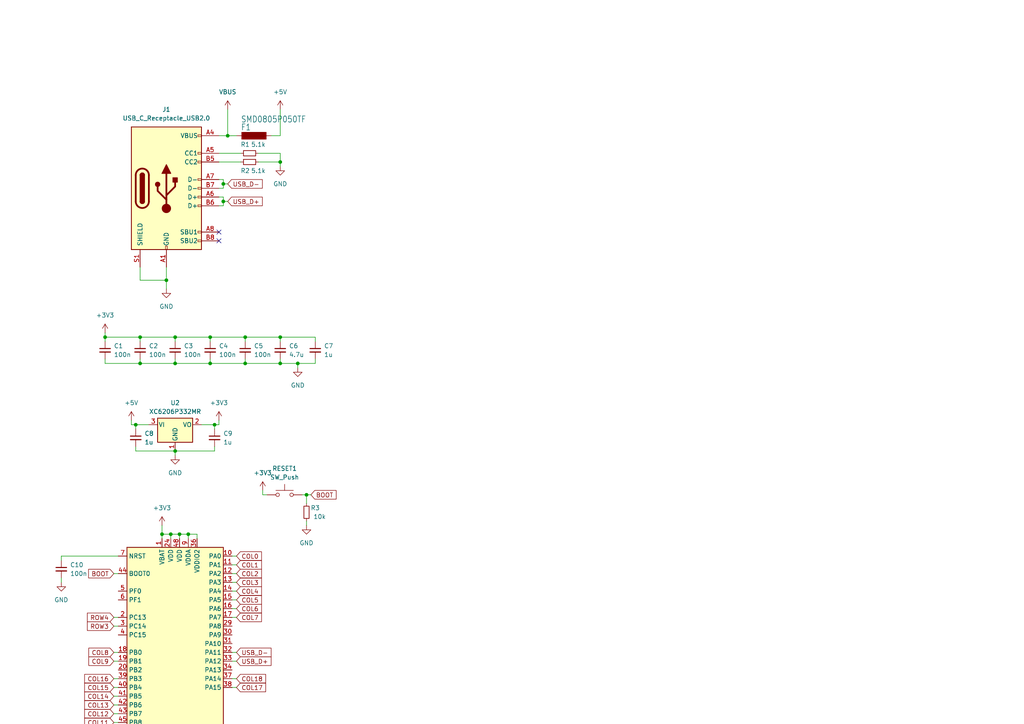
<source format=kicad_sch>
(kicad_sch (version 20231120) (generator "eeschema") (generator_version "8.0")
  (paper "A4")
  (lib_symbols
    (symbol "Connector:USB_C_Receptacle_USB2.0" (pin_names (offset 1.016))
      (property "Reference" "J" (at -10.16 19.05 0))
      (property "Value" "USB_C_Receptacle_USB2.0" (at 19.05 19.05 0))
      (symbol "USB_C_Receptacle_USB2.0_1_1"
        (pin passive line (at 0 -22.86 90) (length 5.08) (name "GND") (number "A1"))
        (pin passive line (at 0 -22.86 90) (length 5.08) hide (name "GND") (number "A12"))
        (pin passive line (at 15.24 15.24 180) (length 5.08) (name "VBUS") (number "A4"))
        (pin bidirectional line (at 15.24 10.16 180) (length 5.08) (name "CC1") (number "A5"))
        (pin bidirectional line (at 15.24 -2.54 180) (length 5.08) (name "D+") (number "A6"))
        (pin bidirectional line (at 15.24 2.54 180) (length 5.08) (name "D-") (number "A7"))
        (pin bidirectional line (at 15.24 -12.7 180) (length 5.08) (name "SBU1") (number "A8"))
        (pin passive line (at 15.24 15.24 180) (length 5.08) hide (name "VBUS") (number "A9"))
        (pin passive line (at 0 -22.86 90) (length 5.08) hide (name "GND") (number "B1"))
        (pin passive line (at 0 -22.86 90) (length 5.08) hide (name "GND") (number "B12"))
        (pin passive line (at 15.24 15.24 180) (length 5.08) hide (name "VBUS") (number "B4"))
        (pin bidirectional line (at 15.24 7.62 180) (length 5.08) (name "CC2") (number "B5"))
        (pin bidirectional line (at 15.24 -5.08 180) (length 5.08) (name "D+") (number "B6"))
        (pin bidirectional line (at 15.24 0 180) (length 5.08) (name "D-") (number "B7"))
        (pin bidirectional line (at 15.24 -15.24 180) (length 5.08) (name "SBU2") (number "B8"))
        (pin passive line (at 15.24 15.24 180) (length 5.08) hide (name "VBUS") (number "B9"))
        (pin passive line (at -7.62 -22.86 90) (length 5.08) (name "SHIELD") (number "S1"))
      )
    )
    (symbol "Device:C_Small" (pin_numbers hide) (pin_names (offset 0.254) hide)
      (property "Reference" "C" (at 0.254 1.778 0))
      (property "Value" "C_Small" (at 0.254 -2.032 0))
      (symbol "C_Small_1_1"
        (pin passive line (at 0 2.54 270) (length 2.032) (name "~") (number "1"))
        (pin passive line (at 0 -2.54 90) (length 2.032) (name "~") (number "2"))
      )
    )
    (symbol "Device:D_Small" (pin_numbers hide) (pin_names (offset 0.254) hide)
      (property "Reference" "D" (at -1.27 2.032 0))
      (property "Value" "D_Small" (at -3.81 -2.032 0))
      (symbol "D_Small_1_1"
        (pin passive line (at -2.54 0 0) (length 1.778) (name "K") (number "1"))
        (pin passive line (at 2.54 0 180) (length 1.778) (name "A") (number "2"))
      )
    )
    (symbol "Device:R_Small" (pin_numbers hide) (pin_names (offset 0.254) hide)
      (property "Reference" "R" (at 0.762 0.508 0))
      (property "Value" "R_Small" (at 0.762 -1.016 0))
      (symbol "R_Small_1_1"
        (pin passive line (at 0 2.54 270) (length 0.762) (name "~") (number "1"))
        (pin passive line (at 0 -2.54 90) (length 0.762) (name "~") (number "2"))
      )
    )
    (symbol "Leonardo_Rev3e:L-EUL1812"
      (property "Reference" "L" (at -1.4986 -3.81 90))
      (property "Value" "L-EUL1812" (at 3.302 -3.81 90))
      (symbol "L-EUL1812_1_0"
        (pin passive line (at 0 5.08 270) (length 2.54) (name "1") (number "1"))
        (pin passive line (at 0 -5.08 90) (length 2.54) (name "2") (number "2"))
      )
    )
    (symbol "MCU_ST_STM32F0:STM32F072C8Tx"
      (property "Reference" "U" (at -12.7 39.37 0))
      (property "Value" "STM32F072C8Tx" (at 10.16 39.37 0))
      (symbol "STM32F072C8Tx_1_1"
        (pin power_in line (at -2.54 40.64 270) (length 2.54) (name "VBAT") (number "1"))
        (pin bidirectional line (at 17.78 35.56 180) (length 2.54) (name "PA0") (number "10"))
        (pin bidirectional line (at 17.78 33.02 180) (length 2.54) (name "PA1") (number "11"))
        (pin bidirectional line (at 17.78 30.48 180) (length 2.54) (name "PA2") (number "12"))
        (pin bidirectional line (at 17.78 27.94 180) (length 2.54) (name "PA3") (number "13"))
        (pin bidirectional line (at 17.78 25.4 180) (length 2.54) (name "PA4") (number "14"))
        (pin bidirectional line (at 17.78 22.86 180) (length 2.54) (name "PA5") (number "15"))
        (pin bidirectional line (at 17.78 20.32 180) (length 2.54) (name "PA6") (number "16"))
        (pin bidirectional line (at 17.78 17.78 180) (length 2.54) (name "PA7") (number "17"))
        (pin bidirectional line (at -15.24 7.62 0) (length 2.54) (name "PB0") (number "18"))
        (pin bidirectional line (at -15.24 5.08 0) (length 2.54) (name "PB1") (number "19"))
        (pin bidirectional line (at -15.24 17.78 0) (length 2.54) (name "PC13") (number "2"))
        (pin bidirectional line (at -15.24 2.54 0) (length 2.54) (name "PB2") (number "20"))
        (pin bidirectional line (at -15.24 -17.78 0) (length 2.54) (name "PB10") (number "21"))
        (pin bidirectional line (at -15.24 -20.32 0) (length 2.54) (name "PB11") (number "22"))
        (pin power_in line (at 0 -38.1 90) (length 2.54) (name "VSS") (number "23"))
        (pin power_in line (at 0 40.64 270) (length 2.54) (name "VDD") (number "24"))
        (pin bidirectional line (at -15.24 -22.86 0) (length 2.54) (name "PB12") (number "25"))
        (pin bidirectional line (at -15.24 -25.4 0) (length 2.54) (name "PB13") (number "26"))
        (pin bidirectional line (at -15.24 -27.94 0) (length 2.54) (name "PB14") (number "27"))
        (pin bidirectional line (at -15.24 -30.48 0) (length 2.54) (name "PB15") (number "28"))
        (pin bidirectional line (at 17.78 15.24 180) (length 2.54) (name "PA8") (number "29"))
        (pin bidirectional line (at -15.24 15.24 0) (length 2.54) (name "PC14") (number "3"))
        (pin bidirectional line (at 17.78 12.7 180) (length 2.54) (name "PA9") (number "30"))
        (pin bidirectional line (at 17.78 10.16 180) (length 2.54) (name "PA10") (number "31"))
        (pin bidirectional line (at 17.78 7.62 180) (length 2.54) (name "PA11") (number "32"))
        (pin bidirectional line (at 17.78 5.08 180) (length 2.54) (name "PA12") (number "33"))
        (pin bidirectional line (at 17.78 2.54 180) (length 2.54) (name "PA13") (number "34"))
        (pin passive line (at 0 -38.1 90) (length 2.54) hide (name "VSS") (number "35"))
        (pin power_in line (at 7.62 40.64 270) (length 2.54) (name "VDDIO2") (number "36"))
        (pin bidirectional line (at 17.78 0 180) (length 2.54) (name "PA14") (number "37"))
        (pin bidirectional line (at 17.78 -2.54 180) (length 2.54) (name "PA15") (number "38"))
        (pin bidirectional line (at -15.24 0 0) (length 2.54) (name "PB3") (number "39"))
        (pin bidirectional line (at -15.24 12.7 0) (length 2.54) (name "PC15") (number "4"))
        (pin bidirectional line (at -15.24 -2.54 0) (length 2.54) (name "PB4") (number "40"))
        (pin bidirectional line (at -15.24 -5.08 0) (length 2.54) (name "PB5") (number "41"))
        (pin bidirectional line (at -15.24 -7.62 0) (length 2.54) (name "PB6") (number "42"))
        (pin bidirectional line (at -15.24 -10.16 0) (length 2.54) (name "PB7") (number "43"))
        (pin input line (at -15.24 30.48 0) (length 2.54) (name "BOOT0") (number "44"))
        (pin bidirectional line (at -15.24 -12.7 0) (length 2.54) (name "PB8") (number "45"))
        (pin bidirectional line (at -15.24 -15.24 0) (length 2.54) (name "PB9") (number "46"))
        (pin passive line (at 0 -38.1 90) (length 2.54) hide (name "VSS") (number "47"))
        (pin power_in line (at 2.54 40.64 270) (length 2.54) (name "VDD") (number "48"))
        (pin bidirectional line (at -15.24 25.4 0) (length 2.54) (name "PF0") (number "5"))
        (pin bidirectional line (at -15.24 22.86 0) (length 2.54) (name "PF1") (number "6"))
        (pin input line (at -15.24 35.56 0) (length 2.54) (name "NRST") (number "7"))
        (pin power_in line (at 2.54 -38.1 90) (length 2.54) (name "VSSA") (number "8"))
        (pin power_in line (at 5.08 40.64 270) (length 2.54) (name "VDDA") (number "9"))
      )
    )
    (symbol "PCM_marbastlib-mx:MX_SW_HS" (pin_numbers hide) (pin_names (offset 1.016) hide)
      (property "Reference" "MX" (at 3.048 1.016 0))
      (property "Value" "MX_SW_HS" (at 0 -3.81 0))
      (symbol "MX_SW_HS_0_1"
        (pin passive line (at -2.54 2.54 0) (length 0) (name "1") (number "1"))
        (pin passive line (at 2.54 -2.54 180) (length 0) (name "2") (number "2"))
      )
    )
    (symbol "Regulator_Linear:XC6206PxxxMR" (pin_names (offset 0.254))
      (property "Reference" "U" (at -3.81 3.175 0))
      (property "Value" "XC6206PxxxMR" (at 0 3.175 0))
      (symbol "XC6206PxxxMR_1_1"
        (pin power_in line (at 0 -7.62 90) (length 2.54) (name "GND") (number "1"))
        (pin power_out line (at 7.62 0 180) (length 2.54) (name "VO") (number "2"))
        (pin power_in line (at -7.62 0 0) (length 2.54) (name "VI") (number "3"))
      )
    )
    (symbol "Switch:SW_Push" (pin_numbers hide) (pin_names (offset 1.016) hide)
      (property "Reference" "SW" (at 1.27 2.54 0))
      (property "Value" "SW_Push" (at 0 -1.524 0))
      (symbol "SW_Push_0_1"
        (pin passive line (at -5.08 0 0) (length 2.54) (name "1") (number "1"))
        (pin passive line (at 5.08 0 180) (length 2.54) (name "2") (number "2"))
      )
    )
    (symbol "power:+3V3" (power) (pin_names (offset 0))
      (property "Value" "+3V3" (at 0 3.556 0))
      (symbol "+3V3_1_1"
        (pin power_in line (at 0 0 90) (length 0) hide (name "+3V3") (number "1"))
      )
    )
    (symbol "power:+5V" (power) (pin_names (offset 0))
      (property "Value" "+5V" (at 0 3.556 0))
      (symbol "+5V_1_1"
        (pin power_in line (at 0 0 90) (length 0) hide (name "+5V") (number "1"))
      )
    )
    (symbol "power:GND" (power) (pin_names (offset 0))
      (property "Value" "GND" (at 0 -3.81 0))
      (symbol "GND_1_1"
        (pin power_in line (at 0 0 270) (length 0) hide (name "GND") (number "1"))
      )
    )
    (symbol "power:VBUS" (power) (pin_names (offset 0))
      (property "Value" "VBUS" (at 0 3.81 0))
      (symbol "VBUS_1_1"
        (pin power_in line (at 0 0 90) (length 0) hide (name "VBUS") (number "1"))
      )
    )
  )
  (junction (at 304.8 287.02))
  (junction (at -3.81 275.59))
  (junction (at 58.42 311.15))
  (junction (at 172.72 322.58))
  (junction (at 320.04 287.02))
  (junction (at 201.93 322.58))
  (junction (at 254 358.14))
  (junction (at 217.17 275.59))
  (junction (at 222.25 382.27))
  (junction (at 64.77 58.42))
  (junction (at 132.08 334.01))
  (junction (at 16.51 334.01))
  (junction (at 16.51 287.02))
  (junction (at 66.04 39.37))
  (junction (at 16.51 311.15))
  (junction (at 116.84 311.15))
  (junction (at 111.76 322.58))
  (junction (at 132.08 287.02))
  (junction (at 60.96 105.41))
  (junction (at 222.25 311.15))
  (junction (at 330.2 275.59))
  (junction (at 217.17 299.72))
  (junction (at 11.43 322.58))
  (junction (at 320.04 382.27))
  (junction (at 81.28 97.79))
  (junction (at 147.32 287.02))
  (junction (at 187.96 275.59))
  (junction (at 102.87 311.15))
  (junction (at 86.36 105.41))
  (junction (at 157.48 275.59))
  (junction (at 53.34 275.59))
  (junction (at 97.79 299.72))
  (junction (at 330.2 299.72))
  (junction (at 87.63 311.15))
  (junction (at 254 311.15))
  (junction (at 111.76 275.59))
  (junction (at 46.99 154.94))
  (junction (at 147.32 311.15))
  (junction (at 248.92 346.71))
  (junction (at 222.25 287.02))
  (junction (at 237.49 311.15))
  (junction (at 201.93 299.72))
  (junction (at 132.08 311.15))
  (junction (at 172.72 299.72))
  (junction (at 52.07 236.22))
  (junction (at 222.25 334.01))
  (junction (at 67.31 299.72))
  (junction (at 177.8 358.14))
  (junction (at 177.8 334.01))
  (junction (at 172.72 275.59))
  (junction (at 111.76 299.72))
  (junction (at 247.65 275.59))
  (junction (at 67.31 275.59))
  (junction (at 97.79 275.59))
  (junction (at 304.8 382.27))
  (junction (at 16.51 358.14))
  (junction (at 207.01 334.01))
  (junction (at 11.43 346.71))
  (junction (at 207.01 358.14))
  (junction (at 162.56 287.02))
  (junction (at 50.8 97.79))
  (junction (at 314.96 299.72))
  (junction (at 67.31 322.58))
  (junction (at 58.42 358.14))
  (junction (at 127 322.58))
  (junction (at 40.64 97.79))
  (junction (at 102.87 358.14))
  (junction (at 64.77 53.34))
  (junction (at 1.27 382.27))
  (junction (at 16.51 382.27))
  (junction (at 71.12 105.41))
  (junction (at 87.63 287.02))
  (junction (at 142.24 275.59))
  (junction (at 157.48 322.58))
  (junction (at 60.96 97.79))
  (junction (at 127 275.59))
  (junction (at 82.55 346.71))
  (junction (at 177.8 287.02))
  (junction (at 82.55 322.58))
  (junction (at 71.12 97.79))
  (junction (at 72.39 311.15))
  (junction (at 62.23 123.19))
  (junction (at 162.56 334.01))
  (junction (at 87.63 358.14))
  (junction (at 132.08 382.27))
  (junction (at 82.55 275.59))
  (junction (at 72.39 287.02))
  (junction (at 187.96 346.71))
  (junction (at 147.32 334.01))
  (junction (at 116.84 358.14))
  (junction (at 162.56 311.15))
  (junction (at 187.96 322.58))
  (junction (at 187.96 299.72))
  (junction (at 58.42 382.27))
  (junction (at 299.72 299.72))
  (junction (at 127 370.84))
  (junction (at 207.01 311.15))
  (junction (at 102.87 287.02))
  (junction (at 193.04 311.15))
  (junction (at 177.8 311.15))
  (junction (at 132.08 375.92))
  (junction (at 207.01 382.27))
  (junction (at 82.55 299.72))
  (junction (at 54.61 154.94))
  (junction (at 314.96 275.59))
  (junction (at 147.32 358.14))
  (junction (at 81.28 105.41))
  (junction (at 299.72 275.59))
  (junction (at 39.37 123.19))
  (junction (at 48.26 81.28))
  (junction (at 81.28 46.99))
  (junction (at 252.73 287.02))
  (junction (at -3.81 346.71))
  (junction (at 1.27 287.02))
  (junction (at 1.27 334.01))
  (junction (at 116.84 334.01))
  (junction (at 97.79 322.58))
  (junction (at 53.34 346.71))
  (junction (at 58.42 287.02))
  (junction (at 87.63 334.01))
  (junction (at 237.49 287.02))
  (junction (at 72.39 334.01))
  (junction (at 1.27 358.14))
  (junction (at 320.04 311.15))
  (junction (at 248.92 299.72))
  (junction (at 50.8 105.41))
  (junction (at -3.81 322.58))
  (junction (at 157.48 299.72))
  (junction (at 72.39 358.14))
  (junction (at 207.01 287.02))
  (junction (at 254 382.27))
  (junction (at 50.8 130.81))
  (junction (at 53.34 322.58))
  (junction (at 193.04 382.27))
  (junction (at 162.56 358.14))
  (junction (at 1.27 311.15))
  (junction (at 53.34 299.72))
  (junction (at 52.07 154.94))
  (junction (at 11.43 275.59))
  (junction (at 11.43 299.72))
  (junction (at 193.04 287.02))
  (junction (at 193.04 334.01))
  (junction (at 127 346.71))
  (junction (at 72.39 382.27))
  (junction (at 127 299.72))
  (junction (at 30.48 97.79))
  (junction (at 248.92 322.58))
  (junction (at 87.63 382.27))
  (junction (at 142.24 322.58))
  (junction (at 40.64 105.41))
  (junction (at 88.9 143.51))
  (junction (at 232.41 275.59))
  (junction (at 142.24 299.72))
  (junction (at 49.53 154.94))
  (junction (at 67.31 346.71))
  (junction (at 132.08 358.14))
  (junction (at 58.42 334.01))
  (junction (at 201.93 346.71))
  (junction (at 217.17 322.58))
  (junction (at -3.81 299.72))
  (junction (at 304.8 311.15))
  (junction (at 116.84 287.02))
  (junction (at 201.93 275.59))
  (junction (at 193.04 358.14))
  (junction (at 314.96 346.71))
  (junction (at 102.87 334.01))
  (no_connect (at 63.5 69.85))
  (no_connect (at 63.5 67.31))
  (wire (pts (xy 177.8 334.01) (xy 193.04 334.01)))
  (wire (pts (xy 201.93 322.58) (xy 201.93 346.71)))
  (wire (pts (xy 207.01 351.79) (xy 207.01 353.06)))
  (wire (pts (xy 33.02 199.39) (xy 34.29 199.39)))
  (wire (pts (xy 127 275.59) (xy 127 299.72)))
  (wire (pts (xy 81.28 44.45) (xy 81.28 46.99)))
  (wire (pts (xy 172.72 299.72) (xy 172.72 322.58)))
  (wire (pts (xy 201.93 299.72) (xy 201.93 322.58)))
  (wire (pts (xy 147.32 327.66) (xy 147.32 328.93)))
  (wire (pts (xy 54.61 154.94) (xy 54.61 156.21)))
  (wire (pts (xy 102.87 351.79) (xy 102.87 353.06)))
  (wire (pts (xy 222.25 311.15) (xy 237.49 311.15)))
  (wire (pts (xy 162.56 327.66) (xy 162.56 328.93)))
  (wire (pts (xy 320.04 280.67) (xy 320.04 281.94)))
  (wire (pts (xy 78.74 39.37) (xy 81.28 39.37)))
  (wire (pts (xy 254 327.66) (xy 254 328.93)))
  (wire (pts (xy 76.2 143.51) (xy 77.47 143.51)))
  (wire (pts (xy 217.17 299.72) (xy 217.17 275.59)))
  (wire (pts (xy 177.8 327.66) (xy 177.8 328.93)))
  (wire (pts (xy 81.28 99.06) (xy 81.28 97.79)))
  (wire (pts (xy 58.42 382.27) (xy 72.39 382.27)))
  (wire (pts (xy 64.77 54.61) (xy 64.77 53.34)))
  (wire (pts (xy 58.42 334.01) (xy 72.39 334.01)))
  (wire (pts (xy 67.31 267.97) (xy 67.31 275.59)))
  (wire (pts (xy 237.49 287.02) (xy 252.73 287.02)))
  (wire (pts (xy 201.93 267.97) (xy 201.93 275.59)))
  (wire (pts (xy 68.58 161.29) (xy 67.31 161.29)))
  (wire (pts (xy 320.04 351.79) (xy 320.04 353.06)))
  (wire (pts (xy 187.96 322.58) (xy 187.96 346.71)))
  (wire (pts (xy 38.1 123.19) (xy 39.37 123.19)))
  (wire (pts (xy 68.58 196.85) (xy 67.31 196.85)))
  (wire (pts (xy 66.04 31.75) (xy 66.04 39.37)))
  (wire (pts (xy 58.42 280.67) (xy 58.42 281.94)))
  (wire (pts (xy 116.84 351.79) (xy 116.84 353.06)))
  (wire (pts (xy 247.65 267.97) (xy 247.65 275.59)))
  (wire (pts (xy 248.92 346.71) (xy 248.92 322.58)))
  (wire (pts (xy 63.5 52.07) (xy 64.77 52.07)))
  (wire (pts (xy 320.04 311.15) (xy 335.28 311.15)))
  (wire (pts (xy 193.04 327.66) (xy 193.04 328.93)))
  (wire (pts (xy 127 370.84) (xy 138.43 370.84)))
  (wire (pts (xy 1.27 280.67) (xy 1.27 281.94)))
  (wire (pts (xy 11.43 299.72) (xy 11.43 322.58)))
  (wire (pts (xy 217.17 322.58) (xy 217.17 299.72)))
  (wire (pts (xy 52.07 154.94) (xy 49.53 154.94)))
  (wire (pts (xy 201.93 275.59) (xy 201.93 299.72)))
  (wire (pts (xy 81.28 104.14) (xy 81.28 105.41)))
  (wire (pts (xy 58.42 311.15) (xy 72.39 311.15)))
  (wire (pts (xy 127 322.58) (xy 127 346.71)))
  (wire (pts (xy 177.8 287.02) (xy 193.04 287.02)))
  (wire (pts (xy 102.87 311.15) (xy 116.84 311.15)))
  (wire (pts (xy 88.9 143.51) (xy 88.9 146.05)))
  (wire (pts (xy 64.77 58.42) (xy 64.77 57.15)))
  (wire (pts (xy 248.92 299.72) (xy 248.92 322.58)))
  (wire (pts (xy 207.01 334.01) (xy 222.25 334.01)))
  (wire (pts (xy 91.44 97.79) (xy 91.44 99.06)))
  (wire (pts (xy 222.25 334.01) (xy 254 334.01)))
  (wire (pts (xy 207.01 375.92) (xy 207.01 377.19)))
  (wire (pts (xy 64.77 57.15) (xy 63.5 57.15)))
  (wire (pts (xy 54.61 154.94) (xy 52.07 154.94)))
  (wire (pts (xy 91.44 105.41) (xy 91.44 104.14)))
  (wire (pts (xy 187.96 267.97) (xy 187.96 275.59)))
  (wire (pts (xy 17.78 168.91) (xy 17.78 167.64)))
  (wire (pts (xy 254 311.15) (xy 304.8 311.15)))
  (wire (pts (xy 116.84 280.67) (xy 116.84 281.94)))
  (wire (pts (xy 157.48 322.58) (xy 157.48 346.71)))
  (wire (pts (xy 74.93 46.99) (xy 81.28 46.99)))
  (wire (pts (xy 193.04 287.02) (xy 207.01 287.02)))
  (wire (pts (xy 72.39 304.8) (xy 72.39 306.07)))
  (wire (pts (xy 304.8 280.67) (xy 304.8 281.94)))
  (wire (pts (xy 60.96 105.41) (xy 71.12 105.41)))
  (wire (pts (xy 87.63 375.92) (xy 87.63 377.19)))
  (wire (pts (xy 17.78 161.29) (xy 34.29 161.29)))
  (wire (pts (xy 172.72 322.58) (xy 172.72 346.71)))
  (wire (pts (xy 111.76 322.58) (xy 111.76 346.71)))
  (wire (pts (xy 52.07 237.49) (xy 52.07 236.22)))
  (wire (pts (xy 335.28 375.92) (xy 335.28 377.19)))
  (wire (pts (xy 33.02 166.37) (xy 34.29 166.37)))
  (wire (pts (xy 74.93 44.45) (xy 81.28 44.45)))
  (wire (pts (xy 49.53 154.94) (xy 46.99 154.94)))
  (wire (pts (xy 132.08 375.92) (xy 143.51 375.92)))
  (wire (pts (xy 40.64 97.79) (xy 50.8 97.79)))
  (wire (pts (xy 16.51 280.67) (xy 16.51 281.94)))
  (wire (pts (xy 116.84 370.84) (xy 127 370.84)))
  (wire (pts (xy 39.37 123.19) (xy 43.18 123.19)))
  (wire (pts (xy 71.12 97.79) (xy 81.28 97.79)))
  (wire (pts (xy 299.72 267.97) (xy 299.72 275.59)))
  (wire (pts (xy 87.63 382.27) (xy 132.08 382.27)))
  (wire (pts (xy 30.48 105.41) (xy 40.64 105.41)))
  (wire (pts (xy -3.81 299.72) (xy -3.81 322.58)))
  (wire (pts (xy 304.8 375.92) (xy 304.8 377.19)))
  (wire (pts (xy -7.62 358.14) (xy 1.27 358.14)))
  (wire (pts (xy 207.01 382.27) (xy 222.25 382.27)))
  (wire (pts (xy 132.08 311.15) (xy 147.32 311.15)))
  (wire (pts (xy 304.8 311.15) (xy 320.04 311.15)))
  (wire (pts (xy 193.04 280.67) (xy 193.04 281.94)))
  (wire (pts (xy 252.73 287.02) (xy 304.8 287.02)))
  (wire (pts (xy 33.02 191.77) (xy 34.29 191.77)))
  (wire (pts (xy 222.25 304.8) (xy 222.25 306.07)))
  (wire (pts (xy 81.28 39.37) (xy 81.28 31.75)))
  (wire (pts (xy 237.49 304.8) (xy 237.49 306.07)))
  (wire (pts (xy 11.43 346.71) (xy 11.43 370.84)))
  (wire (pts (xy 48.26 77.47) (xy 48.26 81.28)))
  (wire (pts (xy 88.9 143.51) (xy 90.17 143.51)))
  (wire (pts (xy 304.8 304.8) (xy 304.8 306.07)))
  (wire (pts (xy 33.02 219.71) (xy 34.29 219.71)))
  (wire (pts (xy 207.01 327.66) (xy 207.01 328.93)))
  (wire (pts (xy 217.17 267.97) (xy 217.17 275.59)))
  (wire (pts (xy 50.8 130.81) (xy 62.23 130.81)))
  (wire (pts (xy 207.01 311.15) (xy 222.25 311.15)))
  (wire (pts (xy 64.77 53.34) (xy 64.77 52.07)))
  (wire (pts (xy 86.36 105.41) (xy 91.44 105.41)))
  (wire (pts (xy 132.08 375.92) (xy 132.08 377.19)))
  (wire (pts (xy 63.5 123.19) (xy 63.5 121.92)))
  (wire (pts (xy 58.42 375.92) (xy 58.42 377.19)))
  (wire (pts (xy 248.92 299.72) (xy 248.92 275.59)))
  (wire (pts (xy 87.63 280.67) (xy 87.63 281.94)))
  (wire (pts (xy 87.63 351.79) (xy 87.63 353.06)))
  (wire (pts (xy 82.55 275.59) (xy 82.55 299.72)))
  (wire (pts (xy 76.2 142.24) (xy 76.2 143.51)))
  (wire (pts (xy 111.76 299.72) (xy 111.76 322.58)))
  (wire (pts (xy 314.96 370.84) (xy 314.96 346.71)))
  (wire (pts (xy 72.39 382.27) (xy 87.63 382.27)))
  (wire (pts (xy 248.92 275.59) (xy 247.65 275.59)))
  (wire (pts (xy 33.02 207.01) (xy 34.29 207.01)))
  (wire (pts (xy 254 382.27) (xy 304.8 382.27)))
  (wire (pts (xy 49.53 236.22) (xy 49.53 234.95)))
  (wire (pts (xy 81.28 48.26) (xy 81.28 46.99)))
  (wire (pts (xy 58.42 328.93) (xy 58.42 327.66)))
  (wire (pts (xy 50.8 132.08) (xy 50.8 130.81)))
  (wire (pts (xy 67.31 299.72) (xy 67.31 322.58)))
  (wire (pts (xy 62.23 129.54) (xy 62.23 130.81)))
  (wire (pts (xy 52.07 236.22) (xy 49.53 236.22)))
  (wire (pts (xy 68.58 199.39) (xy 67.31 199.39)))
  (wire (pts (xy 57.15 154.94) (xy 54.61 154.94)))
  (wire (pts (xy 40.64 104.14) (xy 40.64 105.41)))
  (wire (pts (xy 116.84 327.66) (xy 116.84 328.93)))
  (wire (pts (xy 71.12 105.41) (xy 81.28 105.41)))
  (wire (pts (xy 82.55 299.72) (xy 82.55 322.58)))
  (wire (pts (xy 177.8 351.79) (xy 177.8 353.06)))
  (wire (pts (xy 17.78 161.29) (xy 17.78 162.56)))
  (wire (pts (xy 147.32 280.67) (xy 147.32 281.94)))
  (wire (pts (xy 39.37 129.54) (xy 39.37 130.81)))
  (wire (pts (xy 222.25 382.27) (xy 254 382.27)))
  (wire (pts (xy 40.64 105.41) (xy 50.8 105.41)))
  (wire (pts (xy 57.15 156.21) (xy 57.15 154.94)))
  (wire (pts (xy 11.43 322.58) (xy 11.43 346.71)))
  (wire (pts (xy 193.04 334.01) (xy 207.01 334.01)))
  (wire (pts (xy 40.64 97.79) (xy 40.64 99.06)))
  (wire (pts (xy 193.04 311.15) (xy 207.01 311.15)))
  (wire (pts (xy 232.41 267.97) (xy 232.41 275.59)))
  (wire (pts (xy 97.79 267.97) (xy 97.79 275.59)))
  (wire (pts (xy 1.27 311.15) (xy 16.51 311.15)))
  (wire (pts (xy 177.8 358.14) (xy 193.04 358.14)))
  (wire (pts (xy 33.02 209.55) (xy 34.29 209.55)))
  (wire (pts (xy 33.02 204.47) (xy 34.29 204.47)))
  (wire (pts (xy 187.96 346.71) (xy 187.96 370.84)))
  (wire (pts (xy 193.04 382.27) (xy 207.01 382.27)))
  (wire (pts (xy 81.28 97.79) (xy 91.44 97.79)))
  (wire (pts (xy 62.23 123.19) (xy 62.23 124.46)))
  (wire (pts (xy 1.27 358.14) (xy 16.51 358.14)))
  (wire (pts (xy 30.48 96.52) (xy 30.48 97.79)))
  (wire (pts (xy 82.55 346.71) (xy 82.55 370.84)))
  (wire (pts (xy 16.51 334.01) (xy 58.42 334.01)))
  (wire (pts (xy 97.79 275.59) (xy 97.79 299.72)))
  (wire (pts (xy 320.04 304.8) (xy 320.04 306.07)))
  (wire (pts (xy 132.08 327.66) (xy 132.08 328.93)))
  (wire (pts (xy 68.58 191.77) (xy 67.31 191.77)))
  (wire (pts (xy 116.84 334.01) (xy 132.08 334.01)))
  (wire (pts (xy 157.48 275.59) (xy 157.48 299.72)))
  (wire (pts (xy 68.58 166.37) (xy 67.31 166.37)))
  (wire (pts (xy 33.02 201.93) (xy 34.29 201.93)))
  (wire (pts (xy 142.24 299.72) (xy 142.24 322.58)))
  (wire (pts (xy 39.37 130.81) (xy 50.8 130.81)))
  (wire (pts (xy 33.02 222.25) (xy 34.29 222.25)))
  (wire (pts (xy 1.27 287.02) (xy 16.51 287.02)))
  (wire (pts (xy 162.56 287.02) (xy 177.8 287.02)))
  (wire (pts (xy 193.04 351.79) (xy 193.04 353.06)))
  (wire (pts (xy 72.39 375.92) (xy 72.39 377.19)))
  (wire (pts (xy 162.56 304.8) (xy 162.56 306.07)))
  (wire (pts (xy 50.8 105.41) (xy 60.96 105.41)))
  (wire (pts (xy 71.12 104.14) (xy 71.12 105.41)))
  (wire (pts (xy 66.04 53.34) (xy 64.77 53.34)))
  (wire (pts (xy 67.31 346.71) (xy 67.31 370.84)))
  (wire (pts (xy 30.48 104.14) (xy 30.48 105.41)))
  (wire (pts (xy 48.26 81.28) (xy 48.26 83.82)))
  (wire (pts (xy 82.55 267.97) (xy 82.55 275.59)))
  (wire (pts (xy 71.12 99.06) (xy 71.12 97.79)))
  (wire (pts (xy 72.39 353.06) (xy 72.39 351.79)))
  (wire (pts (xy 132.08 287.02) (xy 147.32 287.02)))
  (wire (pts (xy 177.8 311.15) (xy 193.04 311.15)))
  (wire (pts (xy 16.51 304.8) (xy 16.51 306.07)))
  (wire (pts (xy 172.72 275.59) (xy 172.72 299.72)))
  (wire (pts (xy 193.04 304.8) (xy 193.04 306.07)))
  (wire (pts (xy 87.63 334.01) (xy 102.87 334.01)))
  (wire (pts (xy 72.39 334.01) (xy 87.63 334.01)))
  (wire (pts (xy 46.99 154.94) (xy 46.99 156.21)))
  (wire (pts (xy 207.01 287.02) (xy 222.25 287.02)))
  (wire (pts (xy 254 304.8) (xy 254 306.07)))
  (wire (pts (xy 147.32 304.8) (xy 147.32 306.07)))
  (wire (pts (xy 314.96 267.97) (xy 314.96 275.59)))
  (wire (pts (xy 320.04 375.92) (xy 320.04 377.19)))
  (wire (pts (xy 127 267.97) (xy 127 275.59)))
  (wire (pts (xy 147.32 311.15) (xy 162.56 311.15)))
  (wire (pts (xy 254 351.79) (xy 254 353.06)))
  (wire (pts (xy 162.56 351.79) (xy 162.56 353.06)))
  (wire (pts (xy 82.55 322.58) (xy 82.55 346.71)))
  (wire (pts (xy 72.39 280.67) (xy 72.39 281.94)))
  (wire (pts (xy 237.49 311.15) (xy 254 311.15)))
  (wire (pts (xy 40.64 77.47) (xy 40.64 81.28)))
  (wire (pts (xy 132.08 304.8) (xy 132.08 306.07)))
  (wire (pts (xy 60.96 104.14) (xy 60.96 105.41)))
  (wire (pts (xy 162.56 280.67) (xy 162.56 281.94)))
  (wire (pts (xy 52.07 154.94) (xy 52.07 156.21)))
  (wire (pts (xy 320.04 287.02) (xy 335.28 287.02)))
  (wire (pts (xy 127 299.72) (xy 127 322.58)))
  (wire (pts (xy 207.01 304.8) (xy 207.01 306.07)))
  (wire (pts (xy 314.96 299.72) (xy 314.96 346.71)))
  (wire (pts (xy 127 346.71) (xy 127 370.84)))
  (wire (pts (xy 1.27 375.92) (xy 1.27 377.19)))
  (wire (pts (xy 304.8 382.27) (xy 320.04 382.27)))
  (wire (pts (xy 68.58 179.07) (xy 67.31 179.07)))
  (wire (pts (xy 87.63 304.8) (xy 87.63 306.07)))
  (wire (pts (xy 60.96 97.79) (xy 71.12 97.79)))
  (wire (pts (xy 102.87 280.67) (xy 102.87 281.94)))
  (wire (pts (xy 187.96 322.58) (xy 187.96 299.72)))
  (wire (pts (xy 1.27 334.01) (xy 16.51 334.01)))
  (wire (pts (xy 33.02 196.85) (xy 34.29 196.85)))
  (wire (pts (xy -3.81 267.97) (xy -3.81 275.59)))
  (wire (pts (xy 72.39 358.14) (xy 87.63 358.14)))
  (wire (pts (xy 16.51 327.66) (xy 16.51 328.93)))
  (wire (pts (xy 207.01 280.67) (xy 207.01 281.94)))
  (wire (pts (xy 142.24 267.97) (xy 142.24 275.59)))
  (wire (pts (xy -3.81 275.59) (xy -3.81 299.72)))
  (wire (pts (xy 132.08 351.79) (xy 132.08 353.06)))
  (wire (pts (xy 147.32 287.02) (xy 162.56 287.02)))
  (wire (pts (xy 88.9 152.4) (xy 88.9 151.13)))
  (wire (pts (xy 46.99 152.4) (xy 46.99 154.94)))
  (wire (pts (xy 222.25 280.67) (xy 222.25 281.94)))
  (wire (pts (xy 33.02 179.07) (xy 34.29 179.07)))
  (wire (pts (xy 116.84 287.02) (xy 132.08 287.02)))
  (wire (pts (xy 252.73 280.67) (xy 252.73 281.94)))
  (wire (pts (xy 58.42 304.8) (xy 58.42 306.07)))
  (wire (pts (xy 147.32 358.14) (xy 162.56 358.14)))
  (wire (pts (xy 87.63 287.02) (xy 102.87 287.02)))
  (wire (pts (xy 68.58 176.53) (xy 67.31 176.53)))
  (wire (pts (xy 1.27 382.27) (xy 16.51 382.27)))
  (wire (pts (xy 121.92 375.92) (xy 132.08 375.92)))
  (wire (pts (xy 177.8 304.8) (xy 177.8 306.07)))
  (wire (pts (xy 193.04 375.92) (xy 193.04 377.19)))
  (wire (pts (xy 177.8 280.67) (xy 177.8 281.94)))
  (wire (pts (xy 38.1 123.19) (xy 38.1 121.92)))
  (wire (pts (xy 132.08 382.27) (xy 193.04 382.27)))
  (wire (pts (xy 187.96 299.72) (xy 187.96 275.59)))
  (wire (pts (xy 87.63 358.14) (xy 102.87 358.14)))
  (wire (pts (xy 58.42 287.02) (xy 72.39 287.02)))
  (wire (pts (xy 116.84 311.15) (xy 132.08 311.15)))
  (wire (pts (xy 50.8 97.79) (xy 60.96 97.79)))
  (wire (pts (xy 162.56 311.15) (xy 177.8 311.15)))
  (wire (pts (xy 217.17 370.84) (xy 217.17 322.58)))
  (wire (pts (xy 58.42 358.14) (xy 72.39 358.14)))
  (wire (pts (xy 11.43 267.97) (xy 11.43 275.59)))
  (wire (pts (xy 50.8 104.14) (xy 50.8 105.41)))
  (wire (pts (xy 314.96 299.72) (xy 314.96 275.59)))
  (wire (pts (xy 63.5 46.99) (xy 69.85 46.99)))
  (wire (pts (xy 30.48 99.06) (xy 30.48 97.79)))
  (wire (pts (xy 66.04 39.37) (xy 68.58 39.37)))
  (wire (pts (xy 1.27 327.66) (xy 1.27 328.93)))
  (wire (pts (xy 102.87 358.14) (xy 116.84 358.14)))
  (wire (pts (xy 320.04 382.27) (xy 335.28 382.27)))
  (wire (pts (xy 157.48 267.97) (xy 157.48 275.59)))
  (wire (pts (xy 60.96 97.79) (xy 60.96 99.06)))
  (wire (pts (xy 72.39 327.66) (xy 72.39 328.93)))
  (wire (pts (xy 97.79 299.72) (xy 97.79 322.58)))
  (wire (pts (xy 1.27 351.79) (xy 1.27 353.06)))
  (wire (pts (xy 147.32 351.79) (xy 147.32 353.06)))
  (wire (pts (xy 132.08 358.14) (xy 147.32 358.14)))
  (wire (pts (xy 53.34 346.71) (xy 53.34 370.84)))
  (wire (pts (xy 116.84 358.14) (xy 132.08 358.14)))
  (wire (pts (xy 68.58 168.91) (xy 67.31 168.91)))
  (wire (pts (xy 16.51 287.02) (xy 58.42 287.02)))
  (wire (pts (xy 222.25 327.66) (xy 222.25 328.93)))
  (wire (pts (xy 16.51 351.79) (xy 16.51 353.06)))
  (wire (pts (xy 72.39 311.15) (xy 87.63 311.15)))
  (wire (pts (xy 1.27 304.8) (xy 1.27 306.07)))
  (wire (pts (xy 16.51 311.15) (xy 58.42 311.15)))
  (wire (pts (xy 132.08 280.67) (xy 132.08 281.94)))
  (wire (pts (xy 68.58 171.45) (xy 67.31 171.45)))
  (wire (pts (xy 33.02 212.09) (xy 34.29 212.09)))
  (wire (pts (xy 40.64 81.28) (xy 48.26 81.28)))
  (wire (pts (xy 50.8 99.06) (xy 50.8 97.79)))
  (wire (pts (xy 87.63 327.66) (xy 87.63 328.93)))
  (wire (pts (xy 81.28 105.41) (xy 86.36 105.41)))
  (wire (pts (xy 64.77 59.69) (xy 64.77 58.42)))
  (wire (pts (xy 222.25 375.92) (xy 222.25 377.19)))
  (wire (pts (xy 52.07 236.22) (xy 52.07 234.95)))
  (wire (pts (xy 64.77 58.42) (xy 66.04 58.42)))
  (wire (pts (xy 132.08 334.01) (xy 147.32 334.01)))
  (wire (pts (xy 330.2 299.72) (xy 330.2 275.59)))
  (wire (pts (xy 16.51 382.27) (xy 58.42 382.27)))
  (wire (pts (xy 30.48 97.79) (xy 40.64 97.79)))
  (wire (pts (xy 330.2 299.72) (xy 330.2 370.84)))
  (wire (pts (xy 102.87 327.66) (xy 102.87 328.93)))
  (wire (pts (xy 87.63 311.15) (xy 102.87 311.15)))
  (wire (pts (xy 207.01 358.14) (xy 254 358.14)))
  (wire (pts (xy 102.87 304.8) (xy 102.87 306.07)))
  (wire (pts (xy 102.87 287.02) (xy 116.84 287.02)))
  (wire (pts (xy 237.49 280.67) (xy 237.49 281.94)))
  (wire (pts (xy 142.24 322.58) (xy 142.24 346.71)))
  (wire (pts (xy 11.43 275.59) (xy 11.43 299.72)))
  (wire (pts (xy 222.25 287.02) (xy 237.49 287.02)))
  (wire (pts (xy -7.62 334.01) (xy 1.27 334.01)))
  (wire (pts (xy 172.72 267.97) (xy 172.72 275.59)))
  (wire (pts (xy 68.58 173.99) (xy 67.31 173.99)))
  (wire (pts (xy 335.28 280.67) (xy 335.28 281.94)))
  (wire (pts (xy 72.39 287.02) (xy 87.63 287.02)))
  (wire (pts (xy 162.56 334.01) (xy 177.8 334.01)))
  (wire (pts (xy -3.81 346.71) (xy -3.81 370.84)))
  (wire (pts (xy 142.24 275.59) (xy 142.24 299.72)))
  (wire (pts (xy 33.02 181.61) (xy 34.29 181.61)))
  (wire (pts (xy 232.41 299.72) (xy 232.41 275.59)))
  (wire (pts (xy 68.58 163.83) (xy 67.31 163.83)))
  (wire (pts (xy 63.5 59.69) (xy 64.77 59.69)))
  (wire (pts (xy 58.42 123.19) (xy 62.23 123.19)))
  (wire (pts (xy 58.42 351.79) (xy 58.42 353.06)))
  (wire (pts (xy 53.34 267.97) (xy 53.34 275.59)))
  (wire (pts (xy 299.72 370.84) (xy 299.72 299.72)))
  (wire (pts (xy 86.36 106.68) (xy 86.36 105.41)))
  (wire (pts (xy 62.23 123.19) (xy 63.5 123.19)))
  (wire (pts (xy 33.02 189.23) (xy 34.29 189.23)))
  (wire (pts (xy 335.28 304.8) (xy 335.28 306.07)))
  (wire (pts (xy 39.37 123.19) (xy 39.37 124.46)))
  (wire (pts (xy 254 358.14) (xy 320.04 358.14)))
  (wire (pts (xy 102.87 334.01) (xy 116.84 334.01)))
  (wire (pts (xy 16.51 358.14) (xy 58.42 358.14)))
  (wire (pts (xy 254 375.92) (xy 254 377.19)))
  (wire (pts (xy -3.81 322.58) (xy -3.81 346.71)))
  (wire (pts (xy 111.76 275.59) (xy 111.76 299.72)))
  (wire (pts (xy 304.8 287.02) (xy 320.04 287.02)))
  (wire (pts (xy 97.79 322.58) (xy 97.79 346.71)))
  (wire (pts (xy 67.31 275.59) (xy 67.31 299.72)))
  (wire (pts (xy 33.02 224.79) (xy 34.29 224.79)))
  (wire (pts (xy 116.84 304.8) (xy 116.84 306.07)))
  (wire (pts (xy 63.5 54.61) (xy 64.77 54.61)))
  (wire (pts (xy 201.93 346.71) (xy 201.93 370.84)))
  (wire (pts (xy -7.62 311.15) (xy 1.27 311.15)))
  (wire (pts (xy 53.34 275.59) (xy 53.34 299.72)))
  (wire (pts (xy 147.32 334.01) (xy 162.56 334.01)))
  (wire (pts (xy 193.04 358.14) (xy 207.01 358.14)))
  (wire (pts (xy 330.2 267.97) (xy 330.2 275.59)))
  (wire (pts (xy 63.5 44.45) (xy 69.85 44.45)))
  (wire (pts (xy 16.51 375.92) (xy 16.51 377.19)))
  (wire (pts (xy 63.5 39.37) (xy 66.04 39.37)))
  (wire (pts (xy 53.34 322.58) (xy 53.34 346.71)))
  (wire (pts (xy 248.92 370.84) (xy 248.92 346.71)))
  (wire (pts (xy 299.72 299.72) (xy 299.72 275.59)))
  (wire (pts (xy 68.58 189.23) (xy 67.31 189.23)))
  (wire (pts (xy 111.76 267.97) (xy 111.76 275.59)))
  (wire (pts (xy -7.62 287.02) (xy 1.27 287.02)))
  (wire (pts (xy 87.63 143.51) (xy 88.9 143.51)))
  (wire (pts (xy 49.53 156.21) (xy 49.53 154.94)))
  (wire (pts (xy 162.56 358.14) (xy 177.8 358.14)))
  (wire (pts (xy 53.34 299.72) (xy 53.34 322.58)))
  (wire (pts (xy 67.31 322.58) (xy 67.31 346.71)))
  (wire (pts (xy -7.62 382.27) (xy 1.27 382.27)))
  (wire (pts (xy 157.48 299.72) (xy 157.48 322.58)))
  (global_label "COL1" (shape input) (at 68.58 163.83 0) (property "Intersheetrefs" "${INTERSHEET_REFS}" (effects (hide yes))))
  (global_label "COL16" (shape input) (at 33.02 196.85 180) (property "Intersheetrefs" "${INTERSHEET_REFS}" (effects (hide yes))))
  (global_label "COL2" (shape input) (at 53.34 267.97 90) (property "Intersheetrefs" "${INTERSHEET_REFS}" (effects (hide yes))))
  (global_label "COL8" (shape input) (at 142.24 267.97 90) (property "Intersheetrefs" "${INTERSHEET_REFS}" (effects (hide yes))))
  (global_label "COL10" (shape input) (at 33.02 212.09 180) (property "Intersheetrefs" "${INTERSHEET_REFS}" (effects (hide yes))))
  (global_label "ROW4" (shape input) (at -7.62 382.27 180) (property "Intersheetrefs" "${INTERSHEET_REFS}" (effects (hide yes))))
  (global_label "BOOT" (shape input) (at 90.17 143.51 0) (property "Intersheetrefs" "${INTERSHEET_REFS}" (effects (hide yes))))
  (global_label "ROW2" (shape input) (at -7.62 334.01 180) (property "Intersheetrefs" "${INTERSHEET_REFS}" (effects (hide yes))))
  (global_label "ROW3" (shape input) (at 33.02 181.61 180) (property "Intersheetrefs" "${INTERSHEET_REFS}" (effects (hide yes))))
  (global_label "ROW0" (shape input) (at 33.02 219.71 180) (property "Intersheetrefs" "${INTERSHEET_REFS}" (effects (hide yes))))
  (global_label "COL8" (shape input) (at 33.02 189.23 180) (property "Intersheetrefs" "${INTERSHEET_REFS}" (effects (hide yes))))
  (global_label "COL2" (shape input) (at 68.58 166.37 0) (property "Intersheetrefs" "${INTERSHEET_REFS}" (effects (hide yes))))
  (global_label "COL11" (shape input) (at 187.96 267.97 90) (property "Intersheetrefs" "${INTERSHEET_REFS}" (effects (hide yes))))
  (global_label "USB_D-" (shape input) (at 68.58 189.23 0) (property "Intersheetrefs" "${INTERSHEET_REFS}" (effects (hide yes))))
  (global_label "USB_D+" (shape input) (at 66.04 58.42 0) (property "Intersheetrefs" "${INTERSHEET_REFS}" (effects (hide yes))))
  (global_label "COL3" (shape input) (at 67.31 267.97 90) (property "Intersheetrefs" "${INTERSHEET_REFS}" (effects (hide yes))))
  (global_label "BOOT" (shape input) (at 33.02 166.37 180) (property "Intersheetrefs" "${INTERSHEET_REFS}" (effects (hide yes))))
  (global_label "COL13" (shape input) (at 217.17 267.97 90) (property "Intersheetrefs" "${INTERSHEET_REFS}" (effects (hide yes))))
  (global_label "COL5" (shape input) (at 97.79 267.97 90) (property "Intersheetrefs" "${INTERSHEET_REFS}" (effects (hide yes))))
  (global_label "ROW0" (shape input) (at -7.62 287.02 180) (property "Intersheetrefs" "${INTERSHEET_REFS}" (effects (hide yes))))
  (global_label "COL1" (shape input) (at 11.43 267.97 90) (property "Intersheetrefs" "${INTERSHEET_REFS}" (effects (hide yes))))
  (global_label "COL9" (shape input) (at 33.02 191.77 180) (property "Intersheetrefs" "${INTERSHEET_REFS}" (effects (hide yes))))
  (global_label "COL14" (shape input) (at 232.41 267.97 90) (property "Intersheetrefs" "${INTERSHEET_REFS}" (effects (hide yes))))
  (global_label "COL12" (shape input) (at 33.02 207.01 180) (property "Intersheetrefs" "${INTERSHEET_REFS}" (effects (hide yes))))
  (global_label "COL16" (shape input) (at 299.72 267.97 90) (property "Intersheetrefs" "${INTERSHEET_REFS}" (effects (hide yes))))
  (global_label "COL3" (shape input) (at 68.58 168.91 0) (property "Intersheetrefs" "${INTERSHEET_REFS}" (effects (hide yes))))
  (global_label "COL13" (shape input) (at 33.02 204.47 180) (property "Intersheetrefs" "${INTERSHEET_REFS}" (effects (hide yes))))
  (global_label "USB_D-" (shape input) (at 66.04 53.34 0) (property "Intersheetrefs" "${INTERSHEET_REFS}" (effects (hide yes))))
  (global_label "ROW4" (shape input) (at 33.02 179.07 180) (property "Intersheetrefs" "${INTERSHEET_REFS}" (effects (hide yes))))
  (global_label "COL4" (shape input) (at 82.55 267.97 90) (property "Intersheetrefs" "${INTERSHEET_REFS}" (effects (hide yes))))
  (global_label "COL12" (shape input) (at 201.93 267.97 90) (property "Intersheetrefs" "${INTERSHEET_REFS}" (effects (hide yes))))
  (global_label "ROW1" (shape input) (at 33.02 222.25 180) (property "Intersheetrefs" "${INTERSHEET_REFS}" (effects (hide yes))))
  (global_label "COL4" (shape input) (at 68.58 171.45 0) (property "Intersheetrefs" "${INTERSHEET_REFS}" (effects (hide yes))))
  (global_label "ROW2" (shape input) (at 33.02 224.79 180) (property "Intersheetrefs" "${INTERSHEET_REFS}" (effects (hide yes))))
  (global_label "ROW1" (shape input) (at -7.62 311.15 180) (property "Intersheetrefs" "${INTERSHEET_REFS}" (effects (hide yes))))
  (global_label "COL11" (shape input) (at 33.02 209.55 180) (property "Intersheetrefs" "${INTERSHEET_REFS}" (effects (hide yes))))
  (global_label "COL14" (shape input) (at 33.02 201.93 180) (property "Intersheetrefs" "${INTERSHEET_REFS}" (effects (hide yes))))
  (global_label "COL0" (shape input) (at 68.58 161.29 0) (property "Intersheetrefs" "${INTERSHEET_REFS}" (effects (hide yes))))
  (global_label "COL7" (shape input) (at 127 267.97 90) (property "Intersheetrefs" "${INTERSHEET_REFS}" (effects (hide yes))))
  (global_label "COL17" (shape input) (at 68.58 199.39 0) (property "Intersheetrefs" "${INTERSHEET_REFS}" (effects (hide yes))))
  (global_label "COL7" (shape input) (at 68.58 179.07 0) (property "Intersheetrefs" "${INTERSHEET_REFS}" (effects (hide yes))))
  (global_label "COL15" (shape input) (at 247.65 267.97 90) (property "Intersheetrefs" "${INTERSHEET_REFS}" (effects (hide yes))))
  (global_label "COL18" (shape input) (at 68.58 196.85 0) (property "Intersheetrefs" "${INTERSHEET_REFS}" (effects (hide yes))))
  (global_label "USB_D+" (shape input) (at 68.58 191.77 0) (property "Intersheetrefs" "${INTERSHEET_REFS}" (effects (hide yes))))
  (global_label "COL5" (shape input) (at 68.58 173.99 0) (property "Intersheetrefs" "${INTERSHEET_REFS}" (effects (hide yes))))
  (global_label "COL9" (shape input) (at 157.48 267.97 90) (property "Intersheetrefs" "${INTERSHEET_REFS}" (effects (hide yes))))
  (global_label "COL15" (shape input) (at 33.02 199.39 180) (property "Intersheetrefs" "${INTERSHEET_REFS}" (effects (hide yes))))
  (global_label "ROW3" (shape input) (at -7.62 358.14 180) (property "Intersheetrefs" "${INTERSHEET_REFS}" (effects (hide yes))))
  (global_label "COL6" (shape input) (at 68.58 176.53 0) (property "Intersheetrefs" "${INTERSHEET_REFS}" (effects (hide yes))))
  (global_label "COL6" (shape input) (at 111.76 267.97 90) (property "Intersheetrefs" "${INTERSHEET_REFS}" (effects (hide yes))))
  (global_label "COL17" (shape input) (at 314.96 267.97 90) (property "Intersheetrefs" "${INTERSHEET_REFS}" (effects (hide yes))))
  (global_label "COL0" (shape input) (at -3.81 267.97 90) (property "Intersheetrefs" "${INTERSHEET_REFS}" (effects (hide yes))))
  (global_label "COL18" (shape input) (at 330.2 267.97 90) (property "Intersheetrefs" "${INTERSHEET_REFS}" (effects (hide yes))))
  (global_label "COL10" (shape input) (at 172.72 267.97 90) (property "Intersheetrefs" "${INTERSHEET_REFS}" (effects (hide yes))))
  (symbol (lib_id "Device:D_Small") (at 16.51 331.47 90) (unit 1)
    (property "Reference" "D40" (at 19.05 330.2 90) (effects (justify right)))
    (property "Value" "D_Small" (at 19.05 332.74 90) (effects (justify right)))
    (property "Footprint" "AA_custom:D_SOD-323_new" (effects (hide yes)))
    (property "Sim.Device" "D" (effects (hide yes)))
    (property "Sim.Pins" "1=K 2=A" (effects (hide yes)))
  )
  (symbol (lib_id "PCM_marbastlib-mx:MX_SW_HS") (at 204.47 278.13 0) (unit 1)
    (property "Reference" "MX13" (at 204.47 270.51 0))
    (property "Value" "MX_SW_HS" (at 204.47 273.05 0))
    (property "Footprint" "AA_custom:PinSocket_1x02_P2.54mm_Vertical_new_qmk" (effects (hide yes)))
  )
  (symbol (lib_id "Device:D_Small") (at 147.32 355.6 90) (unit 1)
    (property "Reference" "D62" (at 149.86 354.33 90) (effects (justify right)))
    (property "Value" "D_Small" (at 149.86 356.87 90) (effects (justify right)))
    (property "Footprint" "AA_custom:D_SOD-323_new" (effects (hide yes)))
    (property "Sim.Device" "D" (effects (hide yes)))
    (property "Sim.Pins" "1=K 2=A" (effects (hide yes)))
  )
  (symbol (lib_id "Device:D_Small") (at 304.8 284.48 90) (unit 1)
    (property "Reference" "D17" (at 307.34 283.21 90) (effects (justify right)))
    (property "Value" "D_Small" (at 307.34 285.75 90) (effects (justify right)))
    (property "Footprint" "AA_custom:D_SOD-323_new" (effects (hide yes)))
    (property "Sim.Device" "D" (effects (hide yes)))
    (property "Sim.Pins" "1=K 2=A" (effects (hide yes)))
  )
  (symbol (lib_id "power:GND") (at 50.8 132.08 0) (unit 1)
    (property "Reference" "#PWR011" (effects (hide yes)))
    (property "Value" "GND" (at 50.8 137.16 0))
  )
  (symbol (lib_id "PCM_marbastlib-mx:MX_SW_HS") (at 160.02 349.25 0) (unit 1)
    (property "Reference" "MX63" (at 160.02 341.63 0))
    (property "Value" "MX_SW_HS" (at 160.02 344.17 0))
    (property "Footprint" "AA_custom:PinSocket_1x02_P2.54mm_Vertical_new_qmk" (effects (hide yes)))
  )
  (symbol (lib_id "Device:D_Small") (at 335.28 379.73 90) (unit 1)
    (property "Reference" "D81" (at 337.82 378.46 90) (effects (justify right)))
    (property "Value" "D_Small" (at 337.82 381 90) (effects (justify right)))
    (property "Footprint" "AA_custom:D_SOD-323_new" (effects (hide yes)))
    (property "Sim.Device" "D" (effects (hide yes)))
    (property "Sim.Pins" "1=K 2=A" (effects (hide yes)))
  )
  (symbol (lib_id "Device:D_Small") (at 207.01 379.73 90) (unit 1)
    (property "Reference" "D76" (at 209.55 378.46 90) (effects (justify right)))
    (property "Value" "D_Small" (at 209.55 381 90) (effects (justify right)))
    (property "Footprint" "AA_custom:D_SOD-323_new" (effects (hide yes)))
    (property "Sim.Device" "D" (effects (hide yes)))
    (property "Sim.Pins" "1=K 2=A" (effects (hide yes)))
  )
  (symbol (lib_id "Device:D_Small") (at 320.04 355.6 90) (unit 1)
    (property "Reference" "D68" (at 322.58 354.33 90) (effects (justify right)))
    (property "Value" "D_Small" (at 322.58 356.87 90) (effects (justify right)))
    (property "Footprint" "AA_custom:D_SOD-323_new" (effects (hide yes)))
    (property "Sim.Device" "D" (effects (hide yes)))
    (property "Sim.Pins" "1=K 2=A" (effects (hide yes)))
  )
  (symbol (lib_id "Device:D_Small") (at 16.51 355.6 90) (unit 1)
    (property "Reference" "D55" (at 19.05 354.33 90) (effects (justify right)))
    (property "Value" "D_Small" (at 19.05 356.87 90) (effects (justify right)))
    (property "Footprint" "AA_custom:D_SOD-323_new" (effects (hide yes)))
    (property "Sim.Device" "D" (effects (hide yes)))
    (property "Sim.Pins" "1=K 2=A" (effects (hide yes)))
  )
  (symbol (lib_id "power:GND") (at 86.36 106.68 0) (unit 1)
    (property "Reference" "#PWR08" (effects (hide yes)))
    (property "Value" "GND" (at 86.36 111.76 0))
  )
  (symbol (lib_id "MCU_ST_STM32F0:STM32F072C8Tx") (at 49.53 196.85 0) (unit 1)
    (property "Reference" "U3" (at 54.2641 234.95 0) (effects (justify left)))
    (property "Value" "STM32F072C8Tx" (at 54.2641 237.49 0) (effects (justify left)))
    (property "Footprint" "Package_QFP:LQFP-48_7x7mm_P0.5mm" (effects (hide yes)))
    (property "Datasheet" "https://www.st.com/resource/en/datasheet/stm32f072c8.pdf" (effects (hide yes)))
    (property "Description" "STMicroelectronics Arm Cortex-M0 MCU, 64KB flash, 16KB RAM, 48 MHz, 2.0-3.6V, 37 GPIO, LQFP48" (effects (hide yes)))
  )
  (symbol (lib_id "PCM_marbastlib-mx:MX_SW_HS") (at 114.3 278.13 0) (unit 1)
    (property "Reference" "MX7" (at 114.3 270.51 0))
    (property "Value" "MX_SW_HS" (at 114.3 273.05 0))
    (property "Footprint" "AA_custom:PinSocket_1x02_P2.54mm_Vertical_new_qmk" (effects (hide yes)))
  )
  (symbol (lib_id "Device:D_Small") (at 87.63 331.47 90) (unit 1)
    (property "Reference" "D43" (at 90.17 330.2 90) (effects (justify right)))
    (property "Value" "D_Small" (at 90.17 332.74 90) (effects (justify right)))
    (property "Footprint" "AA_custom:D_SOD-323_new" (effects (hide yes)))
    (property "Sim.Device" "D" (effects (hide yes)))
    (property "Sim.Pins" "1=K 2=A" (effects (hide yes)))
  )
  (symbol (lib_id "Device:D_Small") (at 1.27 284.48 90) (unit 1)
    (property "Reference" "D1" (at 3.81 283.21 90) (effects (justify right)))
    (property "Value" "D_Small" (at 3.81 285.75 90) (effects (justify right)))
    (property "Footprint" "AA_custom:D_SOD-323_new" (effects (hide yes)))
    (property "Sim.Device" "D" (effects (hide yes)))
    (property "Sim.Pins" "1=K 2=A" (effects (hide yes)))
  )
  (symbol (lib_id "PCM_marbastlib-mx:MX_SW_HS") (at 160.02 302.26 0) (unit 1)
    (property "Reference" "MX29" (at 160.02 294.64 0))
    (property "Value" "MX_SW_HS" (at 160.02 297.18 0))
    (property "Footprint" "AA_custom:PinSocket_1x02_P2.54mm_Vertical_new_qmk" (effects (hide yes)))
  )
  (symbol (lib_id "PCM_marbastlib-mx:MX_SW_HS") (at 160.02 278.13 0) (unit 1)
    (property "Reference" "MX10" (at 160.02 270.51 0))
    (property "Value" "MX_SW_HS" (at 160.02 273.05 0))
    (property "Footprint" "AA_custom:PinSocket_1x02_P2.54mm_Vertical_new_qmk" (effects (hide yes)))
  )
  (symbol (lib_id "power:+3V3") (at 76.2 142.24 0) (unit 1)
    (property "Reference" "#PWR012" (effects (hide yes)))
    (property "Value" "+3V3" (at 76.2 137.16 0))
  )
  (symbol (lib_id "PCM_marbastlib-mx:MX_SW_HS") (at 144.78 278.13 0) (unit 1)
    (property "Reference" "MX9" (at 144.78 270.51 0))
    (property "Value" "MX_SW_HS" (at 144.78 273.05 0))
    (property "Footprint" "AA_custom:PinSocket_1x02_P2.54mm_Vertical_new_qmk" (effects (hide yes)))
  )
  (symbol (lib_id "power:GND") (at 88.9 152.4 0) (unit 1)
    (property "Reference" "#PWR014" (effects (hide yes)))
    (property "Value" "GND" (at 88.9 157.48 0))
  )
  (symbol (lib_id "Device:C_Small") (at 30.48 101.6 0) (unit 1)
    (property "Reference" "C1" (at 33.02 100.3363 0) (effects (justify left)))
    (property "Value" "100n" (at 33.02 102.8763 0) (effects (justify left)))
    (property "Footprint" "Capacitor_SMD:C_0402_1005Metric" (effects (hide yes)))
  )
  (symbol (lib_id "PCM_marbastlib-mx:MX_SW_HS") (at 317.5 349.25 0) (unit 1)
    (property "Reference" "MX68" (at 317.5 341.63 0))
    (property "Value" "MX_SW_HS" (at 317.5 344.17 0))
    (property "Footprint" "AA_custom:PinSocket_1x02_P2.54mm_Vertical_new_qmk" (effects (hide yes)))
  )
  (symbol (lib_id "PCM_marbastlib-mx:MX_SW_HS") (at 219.71 302.26 0) (unit 1)
    (property "Reference" "MX33" (at 219.71 294.64 0))
    (property "Value" "MX_SW_HS" (at 219.71 297.18 0))
    (property "Footprint" "AA_custom:PinSocket_1x02_P2.54mm_Vertical_new_qmk" (effects (hide yes)))
  )
  (symbol (lib_id "PCM_marbastlib-mx:MX_SW_HS") (at 69.85 278.13 0) (unit 1)
    (property "Reference" "MX4" (at 69.85 270.51 0))
    (property "Value" "MX_SW_HS" (at 69.85 273.05 0))
    (property "Footprint" "AA_custom:PinSocket_1x02_P2.54mm_Vertical_new_qmk" (effects (hide yes)))
  )
  (symbol (lib_id "Device:C_Small") (at 62.23 127 0) (unit 1)
    (property "Reference" "C9" (at 64.77 125.7363 0) (effects (justify left)))
    (property "Value" "1u" (at 64.77 128.2763 0) (effects (justify left)))
    (property "Footprint" "Capacitor_SMD:C_0402_1005Metric" (effects (hide yes)))
  )
  (symbol (lib_id "PCM_marbastlib-mx:MX_SW_HS") (at 13.97 373.38 0) (unit 1)
    (property "Reference" "MX70" (at 13.97 365.76 0))
    (property "Value" "MX_SW_HS" (at 13.97 368.3 0))
    (property "Footprint" "AA_custom:PinSocket_1x02_P2.54mm_Vertical_new_qmk" (effects (hide yes)))
  )
  (symbol (lib_id "PCM_marbastlib-mx:MX_SW_HS") (at 69.85 302.26 0) (unit 1)
    (property "Reference" "MX23" (at 69.85 294.64 0))
    (property "Value" "MX_SW_HS" (at 69.85 297.18 0))
    (property "Footprint" "AA_custom:PinSocket_1x02_P2.54mm_Vertical_new_qmk" (effects (hide yes)))
  )
  (symbol (lib_id "Device:D_Small") (at 1.27 355.6 90) (unit 1)
    (property "Reference" "D54" (at 3.81 354.33 90) (effects (justify right)))
    (property "Value" "D_Small" (at 3.81 356.87 90) (effects (justify right)))
    (property "Footprint" "AA_custom:D_SOD-323_new" (effects (hide yes)))
    (property "Sim.Device" "D" (effects (hide yes)))
    (property "Sim.Pins" "1=K 2=A" (effects (hide yes)))
  )
  (symbol (lib_id "PCM_marbastlib-mx:MX_SW_HS") (at 190.5 278.13 0) (unit 1)
    (property "Reference" "MX12" (at 190.5 270.51 0))
    (property "Value" "MX_SW_HS" (at 190.5 273.05 0))
    (property "Footprint" "AA_custom:PinSocket_1x02_P2.54mm_Vertical_new_qmk" (effects (hide yes)))
  )
  (symbol (lib_id "PCM_marbastlib-mx:MX_SW_HS") (at 219.71 325.12 0) (unit 1)
    (property "Reference" "MX52" (at 219.71 317.5 0))
    (property "Value" "MX_SW_HS" (at 219.71 320.04 0))
    (property "Footprint" "AA_custom:PinSocket_1x02_P2.54mm_Vertical_new_qmk" (effects (hide yes)))
  )
  (symbol (lib_id "Device:D_Small") (at 58.42 308.61 90) (unit 1)
    (property "Reference" "D22" (at 60.96 307.34 90) (effects (justify right)))
    (property "Value" "D_Small" (at 60.96 309.88 90) (effects (justify right)))
    (property "Footprint" "AA_custom:D_SOD-323_new" (effects (hide yes)))
    (property "Sim.Device" "D" (effects (hide yes)))
    (property "Sim.Pins" "1=K 2=A" (effects (hide yes)))
  )
  (symbol (lib_id "PCM_marbastlib-mx:MX_SW_HS") (at 55.88 278.13 0) (unit 1)
    (property "Reference" "MX3" (at 55.88 270.51 0))
    (property "Value" "MX_SW_HS" (at 55.88 273.05 0))
    (property "Footprint" "AA_custom:PinSocket_1x02_P2.54mm_Vertical_new_qmk" (effects (hide yes)))
  )
  (symbol (lib_id "PCM_marbastlib-mx:MX_SW_HS") (at 55.88 373.38 0) (unit 1)
    (property "Reference" "MX71" (at 55.88 365.76 0))
    (property "Value" "MX_SW_HS" (at 55.88 368.3 0))
    (property "Footprint" "AA_custom:PinSocket_1x02_P2.54mm_Vertical_new_qmk" (effects (hide yes)))
  )
  (symbol (lib_id "PCM_marbastlib-mx:MX_SW_HS") (at 129.54 325.12 0) (unit 1)
    (property "Reference" "MX46" (at 129.54 317.5 0))
    (property "Value" "MX_SW_HS" (at 129.54 320.04 0))
    (property "Footprint" "AA_custom:PinSocket_1x02_P2.54mm_Vertical_new_qmk" (effects (hide yes)))
  )
  (symbol (lib_id "Device:D_Small") (at 222.25 379.73 90) (unit 1)
    (property "Reference" "D77" (at 224.79 378.46 90) (effects (justify right)))
    (property "Value" "D_Small" (at 224.79 381 90) (effects (justify right)))
    (property "Footprint" "AA_custom:D_SOD-323_new" (effects (hide yes)))
    (property "Sim.Device" "D" (effects (hide yes)))
    (property "Sim.Pins" "1=K 2=A" (effects (hide yes)))
  )
  (symbol (lib_id "Device:D_Small") (at 116.84 308.61 90) (unit 1)
    (property "Reference" "D26" (at 119.38 307.34 90) (effects (justify right)))
    (property "Value" "D_Small" (at 119.38 309.88 90) (effects (justify right)))
    (property "Footprint" "AA_custom:D_SOD-323_new" (effects (hide yes)))
    (property "Sim.Device" "D" (effects (hide yes)))
    (property "Sim.Pins" "1=K 2=A" (effects (hide yes)))
  )
  (symbol (lib_id "PCM_marbastlib-mx:MX_SW_HS") (at 114.3 302.26 0) (unit 1)
    (property "Reference" "MX26" (at 114.3 294.64 0))
    (property "Value" "MX_SW_HS" (at 114.3 297.18 0))
    (property "Footprint" "AA_custom:PinSocket_1x02_P2.54mm_Vertical_new_qmk" (effects (hide yes)))
  )
  (symbol (lib_id "PCM_marbastlib-mx:MX_SW_HS") (at 204.47 373.38 0) (unit 1)
    (property "Reference" "MX76" (at 204.47 365.76 0))
    (property "Value" "MX_SW_HS" (at 204.47 368.3 0))
    (property "Footprint" "AA_custom:PinSocket_1x02_P2.54mm_Vertical_new_qmk" (effects (hide yes)))
  )
  (symbol (lib_id "Device:D_Small") (at 72.39 331.47 90) (unit 1)
    (property "Reference" "D42" (at 74.93 330.2 90) (effects (justify right)))
    (property "Value" "D_Small" (at 74.93 332.74 90) (effects (justify right)))
    (property "Footprint" "AA_custom:D_SOD-323_new" (effects (hide yes)))
    (property "Sim.Device" "D" (effects (hide yes)))
    (property "Sim.Pins" "1=K 2=A" (effects (hide yes)))
  )
  (symbol (lib_id "Device:R_Small") (at 72.39 46.99 90) (unit 1)
    (property "Reference" "R2" (at 71.12 49.53 90))
    (property "Value" "5.1k" (at 74.93 49.53 90))
    (property "Footprint" "Resistor_SMD:R_0402_1005Metric" (effects (hide yes)))
  )
  (symbol (lib_id "Device:D_Small") (at 147.32 331.47 90) (unit 1)
    (property "Reference" "D47" (at 149.86 330.2 90) (effects (justify right)))
    (property "Value" "D_Small" (at 149.86 332.74 90) (effects (justify right)))
    (property "Footprint" "AA_custom:D_SOD-323_new" (effects (hide yes)))
    (property "Sim.Device" "D" (effects (hide yes)))
    (property "Sim.Pins" "1=K 2=A" (effects (hide yes)))
  )
  (symbol (lib_id "Device:D_Small") (at 132.08 355.6 90) (unit 1)
    (property "Reference" "D61" (at 134.62 354.33 90) (effects (justify right)))
    (property "Value" "D_Small" (at 134.62 356.87 90) (effects (justify right)))
    (property "Footprint" "AA_custom:D_SOD-323_new" (effects (hide yes)))
    (property "Sim.Device" "D" (effects (hide yes)))
    (property "Sim.Pins" "1=K 2=A" (effects (hide yes)))
  )
  (symbol (lib_id "Device:D_Small") (at 72.39 355.6 90) (unit 1)
    (property "Reference" "D57" (at 74.93 354.33 90) (effects (justify right)))
    (property "Value" "D_Small" (at 74.93 356.87 90) (effects (justify right)))
    (property "Footprint" "AA_custom:D_SOD-323_new" (effects (hide yes)))
    (property "Sim.Device" "D" (effects (hide yes)))
    (property "Sim.Pins" "1=K 2=A" (effects (hide yes)))
  )
  (symbol (lib_id "Device:D_Small") (at 162.56 355.6 90) (unit 1)
    (property "Reference" "D63" (at 165.1 354.33 90) (effects (justify right)))
    (property "Value" "D_Small" (at 165.1 356.87 90) (effects (justify right)))
    (property "Footprint" "AA_custom:D_SOD-323_new" (effects (hide yes)))
    (property "Sim.Device" "D" (effects (hide yes)))
    (property "Sim.Pins" "1=K 2=A" (effects (hide yes)))
  )
  (symbol (lib_id "Device:D_Small") (at 254 355.6 90) (unit 1)
    (property "Reference" "D67" (at 256.54 354.33 90) (effects (justify right)))
    (property "Value" "D_Small" (at 256.54 356.87 90) (effects (justify right)))
    (property "Footprint" "AA_custom:D_SOD-323_new" (effects (hide yes)))
    (property "Sim.Device" "D" (effects (hide yes)))
    (property "Sim.Pins" "1=K 2=A" (effects (hide yes)))
  )
  (symbol (lib_id "Device:D_Small") (at 207.01 331.47 90) (unit 1)
    (property "Reference" "D51" (at 209.55 330.2 90) (effects (justify right)))
    (property "Value" "D_Small" (at 209.55 332.74 90) (effects (justify right)))
    (property "Footprint" "AA_custom:D_SOD-323_new" (effects (hide yes)))
    (property "Sim.Device" "D" (effects (hide yes)))
    (property "Sim.Pins" "1=K 2=A" (effects (hide yes)))
  )
  (symbol (lib_id "power:GND") (at 81.28 48.26 0) (unit 1)
    (property "Reference" "#PWR04" (effects (hide yes)))
    (property "Value" "GND" (at 81.28 53.34 0))
  )
  (symbol (lib_id "PCM_marbastlib-mx:MX_SW_HS") (at 119.38 373.38 0) (unit 1)
    (property "Reference" "MX82" (at 119.38 365.76 0))
    (property "Value" "MX_SW_HS" (at 119.38 368.3 0))
    (property "Footprint" "AA_custom:PinSocket_1x02_P2.54mm_Vertical_new_qmk" (effects (hide yes)))
  )
  (symbol (lib_id "Device:D_Small") (at 1.27 331.47 90) (unit 1)
    (property "Reference" "D39" (at 3.81 330.2 90) (effects (justify right)))
    (property "Value" "D_Small" (at 3.81 332.74 90) (effects (justify right)))
    (property "Footprint" "AA_custom:D_SOD-323_new" (effects (hide yes)))
    (property "Sim.Device" "D" (effects (hide yes)))
    (property "Sim.Pins" "1=K 2=A" (effects (hide yes)))
  )
  (symbol (lib_id "PCM_marbastlib-mx:MX_SW_HS") (at 85.09 349.25 0) (unit 1)
    (property "Reference" "MX58" (at 85.09 341.63 0))
    (property "Value" "MX_SW_HS" (at 85.09 344.17 0))
    (property "Footprint" "AA_custom:PinSocket_1x02_P2.54mm_Vertical_new_qmk" (effects (hide yes)))
  )
  (symbol (lib_id "Device:D_Small") (at 193.04 379.73 90) (unit 1)
    (property "Reference" "D75" (at 195.58 378.46 90) (effects (justify right)))
    (property "Value" "D_Small" (at 195.58 381 90) (effects (justify right)))
    (property "Footprint" "AA_custom:D_SOD-323_new" (effects (hide yes)))
    (property "Sim.Device" "D" (effects (hide yes)))
    (property "Sim.Pins" "1=K 2=A" (effects (hide yes)))
  )
  (symbol (lib_id "Device:D_Small") (at 87.63 355.6 90) (unit 1)
    (property "Reference" "D58" (at 90.17 354.33 90) (effects (justify right)))
    (property "Value" "D_Small" (at 90.17 356.87 90) (effects (justify right)))
    (property "Footprint" "AA_custom:D_SOD-323_new" (effects (hide yes)))
    (property "Sim.Device" "D" (effects (hide yes)))
    (property "Sim.Pins" "1=K 2=A" (effects (hide yes)))
  )
  (symbol (lib_id "PCM_marbastlib-mx:MX_SW_HS") (at 13.97 325.12 0) (unit 1)
    (property "Reference" "MX40" (at 13.97 317.5 0))
    (property "Value" "MX_SW_HS" (at 13.97 320.04 0))
    (property "Footprint" "AA_custom:PinSocket_1x02_P2.54mm_Vertical_new_qmk" (effects (hide yes)))
  )
  (symbol (lib_id "Device:C_Small") (at 60.96 101.6 0) (unit 1)
    (property "Reference" "C4" (at 63.5 100.3363 0) (effects (justify left)))
    (property "Value" "100n" (at 63.5 102.8763 0) (effects (justify left)))
    (property "Footprint" "Capacitor_SMD:C_0402_1005Metric" (effects (hide yes)))
  )
  (symbol (lib_id "Device:D_Small") (at 1.27 379.73 90) (unit 1)
    (property "Reference" "D69" (at 3.81 378.46 90) (effects (justify right)))
    (property "Value" "D_Small" (at 3.81 381 90) (effects (justify right)))
    (property "Footprint" "AA_custom:D_SOD-323_new" (effects (hide yes)))
    (property "Sim.Device" "D" (effects (hide yes)))
    (property "Sim.Pins" "1=K 2=A" (effects (hide yes)))
  )
  (symbol (lib_id "Device:D_Small") (at 254 331.47 90) (unit 1)
    (property "Reference" "D53" (at 256.54 330.2 90) (effects (justify right)))
    (property "Value" "D_Small" (at 256.54 332.74 90) (effects (justify right)))
    (property "Footprint" "AA_custom:D_SOD-323_new" (effects (hide yes)))
    (property "Sim.Device" "D" (effects (hide yes)))
    (property "Sim.Pins" "1=K 2=A" (effects (hide yes)))
  )
  (symbol (lib_id "PCM_marbastlib-mx:MX_SW_HS") (at 190.5 373.38 0) (unit 1)
    (property "Reference" "MX75" (at 190.5 365.76 0))
    (property "Value" "MX_SW_HS" (at 190.5 368.3 0))
    (property "Footprint" "AA_custom:PinSocket_1x02_P2.54mm_Vertical_new_qmk" (effects (hide yes)))
  )
  (symbol (lib_id "Device:D_Small") (at 16.51 284.48 90) (unit 1)
    (property "Reference" "D2" (at 19.05 283.21 90) (effects (justify right)))
    (property "Value" "D_Small" (at 19.05 285.75 90) (effects (justify right)))
    (property "Footprint" "AA_custom:D_SOD-323_new" (effects (hide yes)))
    (property "Sim.Device" "D" (effects (hide yes)))
    (property "Sim.Pins" "1=K 2=A" (effects (hide yes)))
  )
  (symbol (lib_id "PCM_marbastlib-mx:MX_SW_HS") (at 13.97 278.13 0) (unit 1)
    (property "Reference" "MX2" (at 13.97 270.51 0))
    (property "Value" "MX_SW_HS" (at 13.97 273.05 0))
    (property "Footprint" "AA_custom:PinSocket_1x02_P2.54mm_Vertical_new_qmk" (effects (hide yes)))
  )
  (symbol (lib_id "PCM_marbastlib-mx:MX_SW_HS") (at 69.85 349.25 0) (unit 1)
    (property "Reference" "MX57" (at 69.85 341.63 0))
    (property "Value" "MX_SW_HS" (at 69.85 344.17 0))
    (property "Footprint" "AA_custom:PinSocket_1x02_P2.54mm_Vertical_new_qmk" (effects (hide yes)))
  )
  (symbol (lib_id "Device:C_Small") (at 81.28 101.6 0) (unit 1)
    (property "Reference" "C6" (at 83.82 100.3362 0) (effects (justify left)))
    (property "Value" "4.7u" (at 83.82 102.8762 0) (effects (justify left)))
    (property "Footprint" "Capacitor_SMD:C_0402_1005Metric" (effects (hide yes)))
  )
  (symbol (lib_id "power:+3V3") (at 63.5 121.92 0) (unit 1)
    (property "Reference" "#PWR010" (effects (hide yes)))
    (property "Value" "+3V3" (at 63.5 116.84 0))
  )
  (symbol (lib_id "Device:R_Small") (at 72.39 44.45 90) (unit 1)
    (property "Reference" "R1" (at 71.12 41.91 90))
    (property "Value" "5.1k" (at 74.93 41.91 90))
    (property "Footprint" "Resistor_SMD:R_0402_1005Metric" (effects (hide yes)))
  )
  (symbol (lib_id "power:+3V3") (at 30.48 96.52 0) (unit 1)
    (property "Reference" "#PWR07" (effects (hide yes)))
    (property "Value" "+3V3" (at 30.48 91.44 0))
  )
  (symbol (lib_id "Device:D_Small") (at 254 379.73 90) (unit 1)
    (property "Reference" "D78" (at 256.54 378.46 90) (effects (justify right)))
    (property "Value" "D_Small" (at 256.54 381 90) (effects (justify right)))
    (property "Footprint" "AA_custom:D_SOD-323_new" (effects (hide yes)))
    (property "Sim.Device" "D" (effects (hide yes)))
    (property "Sim.Pins" "1=K 2=A" (effects (hide yes)))
  )
  (symbol (lib_id "Device:D_Small") (at 1.27 308.61 90) (unit 1)
    (property "Reference" "D20" (at 3.81 307.34 90) (effects (justify right)))
    (property "Value" "D_Small" (at 3.81 309.88 90) (effects (justify right)))
    (property "Footprint" "AA_custom:D_SOD-323_new" (effects (hide yes)))
    (property "Sim.Device" "D" (effects (hide yes)))
    (property "Sim.Pins" "1=K 2=A" (effects (hide yes)))
  )
  (symbol (lib_id "PCM_marbastlib-mx:MX_SW_HS") (at 100.33 302.26 0) (unit 1)
    (property "Reference" "MX25" (at 100.33 294.64 0))
    (property "Value" "MX_SW_HS" (at 100.33 297.18 0))
    (property "Footprint" "AA_custom:PinSocket_1x02_P2.54mm_Vertical_new_qmk" (effects (hide yes)))
  )
  (symbol (lib_id "Device:D_Small") (at 193.04 308.61 90) (unit 1)
    (property "Reference" "D31" (at 195.58 307.34 90) (effects (justify right)))
    (property "Value" "D_Small" (at 195.58 309.88 90) (effects (justify right)))
    (property "Footprint" "AA_custom:D_SOD-323_new" (effects (hide yes)))
    (property "Sim.Device" "D" (effects (hide yes)))
    (property "Sim.Pins" "1=K 2=A" (effects (hide yes)))
  )
  (symbol (lib_id "Leonardo_Rev3e:L-EUL1812") (at 73.66 39.37 270) (unit 1)
    (property "Reference" "F1" (at 69.85 37.8714 90) (effects (font (size 1.778 1.5113)) (justify left bottom)))
    (property "Value" "SMD0805P050TF" (at 69.85 35.56 90) (effects (font (size 1.778 1.5113)) (justify left bottom)))
    (property "Footprint" "Resistor_SMD:R_0805_2012Metric" (effects (hide yes)))
  )
  (symbol (lib_id "Device:D_Small") (at 102.87 308.61 90) (unit 1)
    (property "Reference" "D25" (at 105.41 307.34 90) (effects (justify right)))
    (property "Value" "D_Small" (at 105.41 309.88 90) (effects (justify right)))
    (property "Footprint" "AA_custom:D_SOD-323_new" (effects (hide yes)))
    (property "Sim.Device" "D" (effects (hide yes)))
    (property "Sim.Pins" "1=K 2=A" (effects (hide yes)))
  )
  (symbol (lib_id "PCM_marbastlib-mx:MX_SW_HS") (at 100.33 349.25 0) (unit 1)
    (property "Reference" "MX59" (at 100.33 341.63 0))
    (property "Value" "MX_SW_HS" (at 100.33 344.17 0))
    (property "Footprint" "AA_custom:PinSocket_1x02_P2.54mm_Vertical_new_qmk" (effects (hide yes)))
  )
  (symbol (lib_id "Device:D_Small") (at 58.42 331.47 90) (unit 1)
    (property "Reference" "D41" (at 60.96 330.2 90) (effects (justify right)))
    (property "Value" "D_Small" (at 60.96 332.74 90) (effects (justify right)))
    (property "Footprint" "AA_custom:D_SOD-323_new" (effects (hide yes)))
    (property "Sim.Device" "D" (effects (hide yes)))
    (property "Sim.Pins" "1=K 2=A" (effects (hide yes)))
  )
  (symbol (lib_id "Device:D_Small") (at 116.84 331.47 90) (unit 1)
    (property "Reference" "D45" (at 119.38 330.2 90) (effects (justify right)))
    (property "Value" "D_Small" (at 119.38 332.74 90) (effects (justify right)))
    (property "Footprint" "AA_custom:D_SOD-323_new" (effects (hide yes)))
    (property "Sim.Device" "D" (effects (hide yes)))
    (property "Sim.Pins" "1=K 2=A" (effects (hide yes)))
  )
  (symbol (lib_id "PCM_marbastlib-mx:MX_SW_HS") (at 100.33 325.12 0) (unit 1)
    (property "Reference" "MX44" (at 100.33 317.5 0))
    (property "Value" "MX_SW_HS" (at 100.33 320.04 0))
    (property "Footprint" "AA_custom:PinSocket_1x02_P2.54mm_Vertical_new_qmk" (effects (hide yes)))
  )
  (symbol (lib_id "power:GND") (at 52.07 237.49 0) (unit 1)
    (property "Reference" "#PWR016" (effects (hide yes)))
    (property "Value" "GND" (at 52.07 242.57 0))
  )
  (symbol (lib_id "PCM_marbastlib-mx:MX_SW_HS") (at 251.46 325.12 0) (unit 1)
    (property "Reference" "MX53" (at 251.46 317.5 0))
    (property "Value" "MX_SW_HS" (at 251.46 320.04 0))
    (property "Footprint" "AA_custom:PinSocket_1x02_P2.54mm_Vertical_new_qmk" (effects (hide yes)))
  )
  (symbol (lib_id "PCM_marbastlib-mx:MX_SW_HS") (at -1.27 325.12 0) (unit 1)
    (property "Reference" "MX39" (at -1.27 317.5 0))
    (property "Value" "MX_SW_HS" (at -1.27 320.04 0))
    (property "Footprint" "AA_custom:PinSocket_1x02_P2.54mm_Vertical_new_qmk" (effects (hide yes)))
  )
  (symbol (lib_id "PCM_marbastlib-mx:MX_SW_HS") (at -1.27 373.38 0) (unit 1)
    (property "Reference" "MX69" (at -1.27 365.76 0))
    (property "Value" "MX_SW_HS" (at -1.27 368.3 0))
    (property "Footprint" "AA_custom:PinSocket_1x02_P2.54mm_Vertical_new_qmk" (effects (hide yes)))
  )
  (symbol (lib_id "Device:D_Small") (at 87.63 284.48 90) (unit 1)
    (property "Reference" "D5" (at 90.17 283.21 90) (effects (justify right)))
    (property "Value" "D_Small" (at 90.17 285.75 90) (effects (justify right)))
    (property "Footprint" "AA_custom:D_SOD-323_new" (effects (hide yes)))
    (property "Sim.Device" "D" (effects (hide yes)))
    (property "Sim.Pins" "1=K 2=A" (effects (hide yes)))
  )
  (symbol (lib_id "PCM_marbastlib-mx:MX_SW_HS") (at 251.46 349.25 0) (unit 1)
    (property "Reference" "MX67" (at 251.46 341.63 0))
    (property "Value" "MX_SW_HS" (at 251.46 344.17 0))
    (property "Footprint" "AA_custom:PinSocket_1x02_P2.54mm_Vertical_new_qmk" (effects (hide yes)))
  )
  (symbol (lib_id "Device:D_Small") (at 177.8 284.48 90) (unit 1)
    (property "Reference" "D11" (at 180.34 283.21 90) (effects (justify right)))
    (property "Value" "D_Small" (at 180.34 285.75 90) (effects (justify right)))
    (property "Footprint" "AA_custom:D_SOD-323_new" (effects (hide yes)))
    (property "Sim.Device" "D" (effects (hide yes)))
    (property "Sim.Pins" "1=K 2=A" (effects (hide yes)))
  )
  (symbol (lib_id "Device:D_Small") (at 147.32 284.48 90) (unit 1)
    (property "Reference" "D9" (at 149.86 283.21 90) (effects (justify right)))
    (property "Value" "D_Small" (at 149.86 285.75 90) (effects (justify right)))
    (property "Footprint" "AA_custom:D_SOD-323_new" (effects (hide yes)))
    (property "Sim.Device" "D" (effects (hide yes)))
    (property "Sim.Pins" "1=K 2=A" (effects (hide yes)))
  )
  (symbol (lib_id "Device:D_Small") (at 87.63 379.73 90) (unit 1)
    (property "Reference" "D73" (at 90.17 378.46 90) (effects (justify right)))
    (property "Value" "D_Small" (at 90.17 381 90) (effects (justify right)))
    (property "Footprint" "AA_custom:D_SOD-323_new" (effects (hide yes)))
    (property "Sim.Device" "D" (effects (hide yes)))
    (property "Sim.Pins" "1=K 2=A" (effects (hide yes)))
  )
  (symbol (lib_id "PCM_marbastlib-mx:MX_SW_HS") (at 129.54 373.38 0) (unit 1)
    (property "Reference" "MX74" (at 129.54 365.76 0))
    (property "Value" "MX_SW_HS" (at 129.54 368.3 0))
    (property "Footprint" "AA_custom:PinSocket_1x02_P2.54mm_Vertical_new_qmk" (effects (hide yes)))
  )
  (symbol (lib_id "PCM_marbastlib-mx:MX_SW_HS") (at 69.85 325.12 0) (unit 1)
    (property "Reference" "MX42" (at 69.85 317.5 0))
    (property "Value" "MX_SW_HS" (at 69.85 320.04 0))
    (property "Footprint" "AA_custom:PinSocket_1x02_P2.54mm_Vertical_new_qmk" (effects (hide yes)))
  )
  (symbol (lib_id "PCM_marbastlib-mx:MX_SW_HS") (at 114.3 349.25 0) (unit 1)
    (property "Reference" "MX60" (at 114.3 341.63 0))
    (property "Value" "MX_SW_HS" (at 114.3 344.17 0))
    (property "Footprint" "AA_custom:PinSocket_1x02_P2.54mm_Vertical_new_qmk" (effects (hide yes)))
  )
  (symbol (lib_id "PCM_marbastlib-mx:MX_SW_HS") (at 69.85 373.38 0) (unit 1)
    (property "Reference" "MX72" (at 69.85 365.76 0))
    (property "Value" "MX_SW_HS" (at 69.85 368.3 0))
    (property "Footprint" "AA_custom:PinSocket_1x02_P2.54mm_Vertical_new_qmk" (effects (hide yes)))
  )
  (symbol (lib_id "PCM_marbastlib-mx:MX_SW_HS") (at 234.95 278.13 0) (unit 1)
    (property "Reference" "MX15" (at 234.95 270.51 0))
    (property "Value" "MX_SW_HS" (at 234.95 273.05 0))
    (property "Footprint" "AA_custom:PinSocket_1x02_P2.54mm_Vertical_new_qmk" (effects (hide yes)))
  )
  (symbol (lib_id "Device:D_Small") (at 304.8 308.61 90) (unit 1)
    (property "Reference" "D36" (at 307.34 307.34 90) (effects (justify right)))
    (property "Value" "D_Small" (at 307.34 309.88 90) (effects (justify right)))
    (property "Footprint" "AA_custom:D_SOD-323_new" (effects (hide yes)))
    (property "Sim.Device" "D" (effects (hide yes)))
    (property "Sim.Pins" "1=K 2=A" (effects (hide yes)))
  )
  (symbol (lib_id "Device:C_Small") (at 50.8 101.6 0) (unit 1)
    (property "Reference" "C3" (at 53.34 100.3363 0) (effects (justify left)))
    (property "Value" "100n" (at 53.34 102.8763 0) (effects (justify left)))
    (property "Footprint" "Capacitor_SMD:C_0402_1005Metric" (effects (hide yes)))
  )
  (symbol (lib_id "Device:D_Small") (at 132.08 379.73 90) (unit 1)
    (property "Reference" "D74" (at 134.62 378.46 90) (effects (justify right)))
    (property "Value" "D_Small" (at 134.62 381 90) (effects (justify right)))
    (property "Footprint" "AA_custom:D_SOD-323_new" (effects (hide yes)))
    (property "Sim.Device" "D" (effects (hide yes)))
    (property "Sim.Pins" "1=K 2=A" (effects (hide yes)))
  )
  (symbol (lib_id "Device:D_Small") (at 116.84 284.48 90) (unit 1)
    (property "Reference" "D7" (at 119.38 283.21 90) (effects (justify right)))
    (property "Value" "D_Small" (at 119.38 285.75 90) (effects (justify right)))
    (property "Footprint" "AA_custom:D_SOD-323_new" (effects (hide yes)))
    (property "Sim.Device" "D" (effects (hide yes)))
    (property "Sim.Pins" "1=K 2=A" (effects (hide yes)))
  )
  (symbol (lib_id "Device:D_Small") (at 16.51 308.61 90) (unit 1)
    (property "Reference" "D21" (at 19.05 307.34 90) (effects (justify right)))
    (property "Value" "D_Small" (at 19.05 309.88 90) (effects (justify right)))
    (property "Footprint" "AA_custom:D_SOD-323_new" (effects (hide yes)))
    (property "Sim.Device" "D" (effects (hide yes)))
    (property "Sim.Pins" "1=K 2=A" (effects (hide yes)))
  )
  (symbol (lib_id "Device:C_Small") (at 39.37 127 0) (unit 1)
    (property "Reference" "C8" (at 41.91 125.7363 0) (effects (justify left)))
    (property "Value" "1u" (at 41.91 128.2763 0) (effects (justify left)))
    (property "Footprint" "Capacitor_SMD:C_0402_1005Metric" (effects (hide yes)))
  )
  (symbol (lib_id "PCM_marbastlib-mx:MX_SW_HS") (at 85.09 278.13 0) (unit 1)
    (property "Reference" "MX5" (at 85.09 270.51 0))
    (property "Value" "MX_SW_HS" (at 85.09 273.05 0))
    (property "Footprint" "AA_custom:PinSocket_1x02_P2.54mm_Vertical_new_qmk" (effects (hide yes)))
  )
  (symbol (lib_id "PCM_marbastlib-mx:MX_SW_HS") (at 144.78 325.12 0) (unit 1)
    (property "Reference" "MX47" (at 144.78 317.5 0))
    (property "Value" "MX_SW_HS" (at 144.78 320.04 0))
    (property "Footprint" "AA_custom:PinSocket_1x02_P2.54mm_Vertical_new_qmk" (effects (hide yes)))
  )
  (symbol (lib_id "Regulator_Linear:XC6206PxxxMR") (at 50.8 123.19 0) (unit 1)
    (property "Reference" "U2" (at 50.8 116.84 0))
    (property "Value" "XC6206P332MR" (at 50.8 119.38 0))
    (property "Footprint" "Package_TO_SOT_SMD:SOT-23-3" (effects (hide yes)))
    (property "Datasheet" "https://www.torexsemi.com/file/xc6206/XC6206.pdf" (effects (hide yes)))
  )
  (symbol (lib_id "Device:D_Small") (at 102.87 331.47 90) (unit 1)
    (property "Reference" "D44" (at 105.41 330.2 90) (effects (justify right)))
    (property "Value" "D_Small" (at 105.41 332.74 90) (effects (justify right)))
    (property "Footprint" "AA_custom:D_SOD-323_new" (effects (hide yes)))
    (property "Sim.Device" "D" (effects (hide yes)))
    (property "Sim.Pins" "1=K 2=A" (effects (hide yes)))
  )
  (symbol (lib_id "PCM_marbastlib-mx:MX_SW_HS") (at -1.27 349.25 0) (unit 1)
    (property "Reference" "MX54" (at -1.27 341.63 0))
    (property "Value" "MX_SW_HS" (at -1.27 344.17 0))
    (property "Footprint" "AA_custom:PinSocket_1x02_P2.54mm_Vertical_new_qmk" (effects (hide yes)))
  )
  (symbol (lib_id "PCM_marbastlib-mx:MX_SW_HS") (at -1.27 302.26 0) (unit 1)
    (property "Reference" "MX20" (at -1.27 294.64 0))
    (property "Value" "MX_SW_HS" (at -1.27 297.18 0))
    (property "Footprint" "AA_custom:PinSocket_1x02_P2.54mm_Vertical_new_qmk" (effects (hide yes)))
  )
  (symbol (lib_id "PCM_marbastlib-mx:MX_SW_HS") (at 129.54 278.13 0) (unit 1)
    (property "Reference" "MX8" (at 129.54 270.51 0))
    (property "Value" "MX_SW_HS" (at 129.54 273.05 0))
    (property "Footprint" "AA_custom:PinSocket_1x02_P2.54mm_Vertical_new_qmk" (effects (hide yes)))
  )
  (symbol (lib_id "power:GND") (at 17.78 168.91 0) (unit 1)
    (property "Reference" "#PWR015" (effects (hide yes)))
    (property "Value" "GND" (at 17.78 173.99 0))
  )
  (symbol (lib_id "PCM_marbastlib-mx:MX_SW_HS") (at 332.74 302.26 0) (unit 1)
    (property "Reference" "MX38" (at 332.74 294.64 0))
    (property "Value" "MX_SW_HS" (at 332.74 297.18 0))
    (property "Footprint" "AA_custom:PinSocket_1x02_P2.54mm_Vertical_new_qmk" (effects (hide yes)))
  )
  (symbol (lib_id "PCM_marbastlib-mx:MX_SW_HS") (at 250.19 278.13 0) (unit 1)
    (property "Reference" "MX16" (at 250.19 270.51 0))
    (property "Value" "MX_SW_HS" (at 250.19 273.05 0))
    (property "Footprint" "AA_custom:PinSocket_1x02_P2.54mm_Vertical_new_qmk" (effects (hide yes)))
  )
  (symbol (lib_id "PCM_marbastlib-mx:MX_SW_HS") (at 114.3 325.12 0) (unit 1)
    (property "Reference" "MX45" (at 114.3 317.5 0))
    (property "Value" "MX_SW_HS" (at 114.3 320.04 0))
    (property "Footprint" "AA_custom:PinSocket_1x02_P2.54mm_Vertical_new_qmk" (effects (hide yes)))
  )
  (symbol (lib_id "Device:D_Small") (at 320.04 284.48 90) (unit 1)
    (property "Reference" "D18" (at 322.58 283.21 90) (effects (justify right)))
    (property "Value" "D_Small" (at 322.58 285.75 90) (effects (justify right)))
    (property "Footprint" "AA_custom:D_SOD-323_new" (effects (hide yes)))
    (property "Sim.Device" "D" (effects (hide yes)))
    (property "Sim.Pins" "1=K 2=A" (effects (hide yes)))
  )
  (symbol (lib_id "Device:D_Small") (at 254 308.61 90) (unit 1)
    (property "Reference" "D35" (at 256.54 307.34 90) (effects (justify right)))
    (property "Value" "D_Small" (at 256.54 309.88 90) (effects (justify right)))
    (property "Footprint" "AA_custom:D_SOD-323_new" (effects (hide yes)))
    (property "Sim.Device" "D" (effects (hide yes)))
    (property "Sim.Pins" "1=K 2=A" (effects (hide yes)))
  )
  (symbol (lib_id "PCM_marbastlib-mx:MX_SW_HS") (at 204.47 302.26 0) (unit 1)
    (property "Reference" "MX32" (at 204.47 294.64 0))
    (property "Value" "MX_SW_HS" (at 204.47 297.18 0))
    (property "Footprint" "AA_custom:PinSocket_1x02_P2.54mm_Vertical_new_qmk" (effects (hide yes)))
  )
  (symbol (lib_id "PCM_marbastlib-mx:MX_SW_HS") (at -1.27 278.13 0) (unit 1)
    (property "Reference" "MX1" (at -1.27 270.51 0))
    (property "Value" "MX_SW_HS" (at -1.27 273.05 0))
    (property "Footprint" "AA_custom:PinSocket_1x02_P2.54mm_Vertical_new_qmk" (effects (hide yes)))
  )
  (symbol (lib_id "PCM_marbastlib-mx:MX_SW_HS") (at 100.33 278.13 0) (unit 1)
    (property "Reference" "MX6" (at 100.33 270.51 0))
    (property "Value" "MX_SW_HS" (at 100.33 273.05 0))
    (property "Footprint" "AA_custom:PinSocket_1x02_P2.54mm_Vertical_new_qmk" (effects (hide yes)))
  )
  (symbol (lib_id "PCM_marbastlib-mx:MX_SW_HS") (at 317.5 278.13 0) (unit 1)
    (property "Reference" "MX18" (at 317.5 270.51 0))
    (property "Value" "MX_SW_HS" (at 317.5 273.05 0))
    (property "Footprint" "AA_custom:PinSocket_1x02_P2.54mm_Vertical_new_qmk" (effects (hide yes)))
  )
  (symbol (lib_id "Device:D_Small") (at 162.56 308.61 90) (unit 1)
    (property "Reference" "D29" (at 165.1 307.34 90) (effects (justify right)))
    (property "Value" "D_Small" (at 165.1 309.88 90) (effects (justify right)))
    (property "Footprint" "AA_custom:D_SOD-323_new" (effects (hide yes)))
    (property "Sim.Device" "D" (effects (hide yes)))
    (property "Sim.Pins" "1=K 2=A" (effects (hide yes)))
  )
  (symbol (lib_id "power:+5V") (at 81.28 31.75 0) (unit 1)
    (property "Reference" "#PWR03" (effects (hide yes)))
    (property "Value" "+5V" (at 81.28 26.67 0))
  )
  (symbol (lib_id "PCM_marbastlib-mx:MX_SW_HS") (at 332.74 278.13 0) (unit 1)
    (property "Reference" "MX19" (at 332.74 270.51 0))
    (property "Value" "MX_SW_HS" (at 332.74 273.05 0))
    (property "Footprint" "AA_custom:PinSocket_1x02_P2.54mm_Vertical_new_qmk" (effects (hide yes)))
  )
  (symbol (lib_id "Device:D_Small") (at 335.28 284.48 90) (unit 1)
    (property "Reference" "D19" (at 337.82 283.21 90) (effects (justify right)))
    (property "Value" "D_Small" (at 337.82 285.75 90) (effects (justify right)))
    (property "Footprint" "AA_custom:D_SOD-323_new" (effects (hide yes)))
    (property "Sim.Device" "D" (effects (hide yes)))
    (property "Sim.Pins" "1=K 2=A" (effects (hide yes)))
  )
  (symbol (lib_id "Device:D_Small") (at 252.73 284.48 90) (unit 1)
    (property "Reference" "D16" (at 255.27 283.21 90) (effects (justify right)))
    (property "Value" "D_Small" (at 255.27 285.75 90) (effects (justify right)))
    (property "Footprint" "AA_custom:D_SOD-323_new" (effects (hide yes)))
    (property "Sim.Device" "D" (effects (hide yes)))
    (property "Sim.Pins" "1=K 2=A" (effects (hide yes)))
  )
  (symbol (lib_id "Device:D_Small") (at 193.04 331.47 90) (unit 1)
    (property "Reference" "D50" (at 195.58 330.2 90) (effects (justify right)))
    (property "Value" "D_Small" (at 195.58 332.74 90) (effects (justify right)))
    (property "Footprint" "AA_custom:D_SOD-323_new" (effects (hide yes)))
    (property "Sim.Device" "D" (effects (hide yes)))
    (property "Sim.Pins" "1=K 2=A" (effects (hide yes)))
  )
  (symbol (lib_id "Device:D_Small") (at 162.56 284.48 90) (unit 1)
    (property "Reference" "D10" (at 165.1 283.21 90) (effects (justify right)))
    (property "Value" "D_Small" (at 165.1 285.75 90) (effects (justify right)))
    (property "Footprint" "AA_custom:D_SOD-323_new" (effects (hide yes)))
    (property "Sim.Device" "D" (effects (hide yes)))
    (property "Sim.Pins" "1=K 2=A" (effects (hide yes)))
  )
  (symbol (lib_id "PCM_marbastlib-mx:MX_SW_HS") (at 251.46 373.38 0) (unit 1)
    (property "Reference" "MX78" (at 251.46 365.76 0))
    (property "Value" "MX_SW_HS" (at 251.46 368.3 0))
    (property "Footprint" "AA_custom:PinSocket_1x02_P2.54mm_Vertical_new_qmk" (effects (hide yes)))
  )
  (symbol (lib_id "PCM_marbastlib-mx:MX_SW_HS") (at 85.09 373.38 0) (unit 1)
    (property "Reference" "MX73" (at 85.09 365.76 0))
    (property "Value" "MX_SW_HS" (at 85.09 368.3 0))
    (property "Footprint" "AA_custom:PinSocket_1x02_P2.54mm_Vertical_new_qmk" (effects (hide yes)))
  )
  (symbol (lib_id "Device:D_Small") (at 132.08 284.48 90) (unit 1)
    (property "Reference" "D8" (at 134.62 283.21 90) (effects (justify right)))
    (property "Value" "D_Small" (at 134.62 285.75 90) (effects (justify right)))
    (property "Footprint" "AA_custom:D_SOD-323_new" (effects (hide yes)))
    (property "Sim.Device" "D" (effects (hide yes)))
    (property "Sim.Pins" "1=K 2=A" (effects (hide yes)))
  )
  (symbol (lib_id "Device:D_Small") (at 222.25 331.47 90) (unit 1)
    (property "Reference" "D52" (at 224.79 330.2 90) (effects (justify right)))
    (property "Value" "D_Small" (at 224.79 332.74 90) (effects (justify right)))
    (property "Footprint" "AA_custom:D_SOD-323_new" (effects (hide yes)))
    (property "Sim.Device" "D" (effects (hide yes)))
    (property "Sim.Pins" "1=K 2=A" (effects (hide yes)))
  )
  (symbol (lib_id "PCM_marbastlib-mx:MX_SW_HS") (at 144.78 349.25 0) (unit 1)
    (property "Reference" "MX62" (at 144.78 341.63 0))
    (property "Value" "MX_SW_HS" (at 144.78 344.17 0))
    (property "Footprint" "AA_custom:PinSocket_1x02_P2.54mm_Vertical_new_qmk" (effects (hide yes)))
  )
  (symbol (lib_id "Device:D_Small") (at 207.01 355.6 90) (unit 1)
    (property "Reference" "D66" (at 209.55 354.33 90) (effects (justify right)))
    (property "Value" "D_Small" (at 209.55 356.87 90) (effects (justify right)))
    (property "Footprint" "AA_custom:D_SOD-323_new" (effects (hide yes)))
    (property "Sim.Device" "D" (effects (hide yes)))
    (property "Sim.Pins" "1=K 2=A" (effects (hide yes)))
  )
  (symbol (lib_id "Device:D_Small") (at 132.08 308.61 90) (unit 1)
    (property "Reference" "D27" (at 134.62 307.34 90) (effects (justify right)))
    (property "Value" "D_Small" (at 134.62 309.88 90) (effects (justify right)))
    (property "Footprint" "AA_custom:D_SOD-323_new" (effects (hide yes)))
    (property "Sim.Device" "D" (effects (hide yes)))
    (property "Sim.Pins" "1=K 2=A" (effects (hide yes)))
  )
  (symbol (lib_id "PCM_marbastlib-mx:MX_SW_HS") (at 234.95 302.26 0) (unit 1)
    (property "Reference" "MX34" (at 234.95 294.64 0))
    (property "Value" "MX_SW_HS" (at 234.95 297.18 0))
    (property "Footprint" "AA_custom:PinSocket_1x02_P2.54mm_Vertical_new_qmk" (effects (hide yes)))
  )
  (symbol (lib_id "Device:D_Small") (at 207.01 284.48 90) (unit 1)
    (property "Reference" "D13" (at 209.55 283.21 90) (effects (justify right)))
    (property "Value" "D_Small" (at 209.55 285.75 90) (effects (justify right)))
    (property "Footprint" "AA_custom:D_SOD-323_new" (effects (hide yes)))
    (property "Sim.Device" "D" (effects (hide yes)))
    (property "Sim.Pins" "1=K 2=A" (effects (hide yes)))
  )
  (symbol (lib_id "PCM_marbastlib-mx:MX_SW_HS") (at 85.09 302.26 0) (unit 1)
    (property "Reference" "MX24" (at 85.09 294.64 0))
    (property "Value" "MX_SW_HS" (at 85.09 297.18 0))
    (property "Footprint" "AA_custom:PinSocket_1x02_P2.54mm_Vertical_new_qmk" (effects (hide yes)))
  )
  (symbol (lib_id "PCM_marbastlib-mx:MX_SW_HS") (at 175.26 278.13 0) (unit 1)
    (property "Reference" "MX11" (at 175.26 270.51 0))
    (property "Value" "MX_SW_HS" (at 175.26 273.05 0))
    (property "Footprint" "AA_custom:PinSocket_1x02_P2.54mm_Vertical_new_qmk" (effects (hide yes)))
  )
  (symbol (lib_id "power:VBUS") (at 66.04 31.75 0) (unit 1)
    (property "Reference" "#PWR02" (effects (hide yes)))
    (property "Value" "VBUS" (at 66.04 26.67 0))
  )
  (symbol (lib_id "Device:C_Small") (at 17.78 165.1 0) (unit 1)
    (property "Reference" "C10" (at 20.32 163.8363 0) (effects (justify left)))
    (property "Value" "100n" (at 20.32 166.3763 0) (effects (justify left)))
    (property "Footprint" "Capacitor_SMD:C_0402_1005Metric" (effects (hide yes)))
  )
  (symbol (lib_id "PCM_marbastlib-mx:MX_SW_HS") (at 140.97 373.38 0) (unit 1)
    (property "Reference" "MX83" (at 140.97 365.76 0))
    (property "Value" "MX_SW_HS" (at 140.97 368.3 0))
    (property "Footprint" "AA_custom:PinSocket_1x02_P2.54mm_Vertical_new_qmk" (effects (hide yes)))
  )
  (symbol (lib_id "Device:D_Small") (at 16.51 379.73 90) (unit 1)
    (property "Reference" "D70" (at 19.05 378.46 90) (effects (justify right)))
    (property "Value" "D_Small" (at 19.05 381 90) (effects (justify right)))
    (property "Footprint" "AA_custom:D_SOD-323_new" (effects (hide yes)))
    (property "Sim.Device" "D" (effects (hide yes)))
    (property "Sim.Pins" "1=K 2=A" (effects (hide yes)))
  )
  (symbol (lib_id "Device:D_Small") (at 320.04 379.73 90) (unit 1)
    (property "Reference" "D80" (at 322.58 378.46 90) (effects (justify right)))
    (property "Value" "D_Small" (at 322.58 381 90) (effects (justify right)))
    (property "Footprint" "AA_custom:D_SOD-323_new" (effects (hide yes)))
    (property "Sim.Device" "D" (effects (hide yes)))
    (property "Sim.Pins" "1=K 2=A" (effects (hide yes)))
  )
  (symbol (lib_id "PCM_marbastlib-mx:MX_SW_HS") (at 190.5 349.25 0) (unit 1)
    (property "Reference" "MX65" (at 190.5 341.63 0))
    (property "Value" "MX_SW_HS" (at 190.5 344.17 0))
    (property "Footprint" "AA_custom:PinSocket_1x02_P2.54mm_Vertical_new_qmk" (effects (hide yes)))
  )
  (symbol (lib_id "Device:D_Small") (at 320.04 308.61 90) (unit 1)
    (property "Reference" "D37" (at 322.58 307.34 90) (effects (justify right)))
    (property "Value" "D_Small" (at 322.58 309.88 90) (effects (justify right)))
    (property "Footprint" "AA_custom:D_SOD-323_new" (effects (hide yes)))
    (property "Sim.Device" "D" (effects (hide yes)))
    (property "Sim.Pins" "1=K 2=A" (effects (hide yes)))
  )
  (symbol (lib_id "PCM_marbastlib-mx:MX_SW_HS") (at 85.09 325.12 0) (unit 1)
    (property "Reference" "MX43" (at 85.09 317.5 0))
    (property "Value" "MX_SW_HS" (at 85.09 320.04 0))
    (property "Footprint" "AA_custom:PinSocket_1x02_P2.54mm_Vertical_new_qmk" (effects (hide yes)))
  )
  (symbol (lib_id "PCM_marbastlib-mx:MX_SW_HS") (at 13.97 349.25 0) (unit 1)
    (property "Reference" "MX55" (at 13.97 341.63 0))
    (property "Value" "MX_SW_HS" (at 13.97 344.17 0))
    (property "Footprint" "AA_custom:PinSocket_1x02_P2.54mm_Vertical_new_qmk" (effects (hide yes)))
  )
  (symbol (lib_id "Device:D_Small") (at 237.49 308.61 90) (unit 1)
    (property "Reference" "D34" (at 240.03 307.34 90) (effects (justify right)))
    (property "Value" "D_Small" (at 240.03 309.88 90) (effects (justify right)))
    (property "Footprint" "AA_custom:D_SOD-323_new" (effects (hide yes)))
    (property "Sim.Device" "D" (effects (hide yes)))
    (property "Sim.Pins" "1=K 2=A" (effects (hide yes)))
  )
  (symbol (lib_id "Device:D_Small") (at 102.87 355.6 90) (unit 1)
    (property "Reference" "D59" (at 105.41 354.33 90) (effects (justify right)))
    (property "Value" "D_Small" (at 105.41 356.87 90) (effects (justify right)))
    (property "Footprint" "AA_custom:D_SOD-323_new" (effects (hide yes)))
    (property "Sim.Device" "D" (effects (hide yes)))
    (property "Sim.Pins" "1=K 2=A" (effects (hide yes)))
  )
  (symbol (lib_id "PCM_marbastlib-mx:MX_SW_HS") (at 13.97 302.26 0) (unit 1)
    (property "Reference" "MX21" (at 13.97 294.64 0))
    (property "Value" "MX_SW_HS" (at 13.97 297.18 0))
    (property "Footprint" "AA_custom:PinSocket_1x02_P2.54mm_Vertical_new_qmk" (effects (hide yes)))
  )
  (symbol (lib_id "PCM_marbastlib-mx:MX_SW_HS") (at 317.5 373.38 0) (unit 1)
    (property "Reference" "MX80" (at 317.5 365.76 0))
    (property "Value" "MX_SW_HS" (at 317.5 368.3 0))
    (property "Footprint" "AA_custom:PinSocket_1x02_P2.54mm_Vertical_new_qmk" (effects (hide yes)))
  )
  (symbol (lib_id "PCM_marbastlib-mx:MX_SW_HS") (at 317.5 302.26 0) (unit 1)
    (property "Reference" "MX37" (at 317.5 294.64 0))
    (property "Value" "MX_SW_HS" (at 317.5 297.18 0))
    (property "Footprint" "AA_custom:PinSocket_1x02_P2.54mm_Vertical_new_qmk" (effects (hide yes)))
  )
  (symbol (lib_id "Device:D_Small") (at 222.25 308.61 90) (unit 1)
    (property "Reference" "D33" (at 224.79 307.34 90) (effects (justify right)))
    (property "Value" "D_Small" (at 224.79 309.88 90) (effects (justify right)))
    (property "Footprint" "AA_custom:D_SOD-323_new" (effects (hide yes)))
    (property "Sim.Device" "D" (effects (hide yes)))
    (property "Sim.Pins" "1=K 2=A" (effects (hide yes)))
  )
  (symbol (lib_id "Device:D_Small") (at 304.8 379.73 90) (unit 1)
    (property "Reference" "D79" (at 307.34 378.46 90) (effects (justify right)))
    (property "Value" "D_Small" (at 307.34 381 90) (effects (justify right)))
    (property "Footprint" "AA_custom:D_SOD-323_new" (effects (hide yes)))
    (property "Sim.Device" "D" (effects (hide yes)))
    (property "Sim.Pins" "1=K 2=A" (effects (hide yes)))
  )
  (symbol (lib_id "PCM_marbastlib-mx:MX_SW_HS") (at 204.47 325.12 0) (unit 1)
    (property "Reference" "MX51" (at 204.47 317.5 0))
    (property "Value" "MX_SW_HS" (at 204.47 320.04 0))
    (property "Footprint" "AA_custom:PinSocket_1x02_P2.54mm_Vertical_new_qmk" (effects (hide yes)))
  )
  (symbol (lib_id "Device:D_Small") (at 162.56 331.47 90) (unit 1)
    (property "Reference" "D48" (at 165.1 330.2 90) (effects (justify right)))
    (property "Value" "D_Small" (at 165.1 332.74 90) (effects (justify right)))
    (property "Footprint" "AA_custom:D_SOD-323_new" (effects (hide yes)))
    (property "Sim.Device" "D" (effects (hide yes)))
    (property "Sim.Pins" "1=K 2=A" (effects (hide yes)))
  )
  (symbol (lib_id "PCM_marbastlib-mx:MX_SW_HS") (at 251.46 302.26 0) (unit 1)
    (property "Reference" "MX35" (at 251.46 294.64 0))
    (property "Value" "MX_SW_HS" (at 251.46 297.18 0))
    (property "Footprint" "AA_custom:PinSocket_1x02_P2.54mm_Vertical_new_qmk" (effects (hide yes)))
  )
  (symbol (lib_id "Device:D_Small") (at 177.8 308.61 90) (unit 1)
    (property "Reference" "D30" (at 180.34 307.34 90) (effects (justify right)))
    (property "Value" "D_Small" (at 180.34 309.88 90) (effects (justify right)))
    (property "Footprint" "AA_custom:D_SOD-323_new" (effects (hide yes)))
    (property "Sim.Device" "D" (effects (hide yes)))
    (property "Sim.Pins" "1=K 2=A" (effects (hide yes)))
  )
  (symbol (lib_id "power:GND") (at 48.26 83.82 0) (unit 1)
    (property "Reference" "#PWR06" (effects (hide yes)))
    (property "Value" "GND" (at 48.26 88.9 0))
  )
  (symbol (lib_id "PCM_marbastlib-mx:MX_SW_HS") (at 175.26 325.12 0) (unit 1)
    (property "Reference" "MX49" (at 175.26 317.5 0))
    (property "Value" "MX_SW_HS" (at 175.26 320.04 0))
    (property "Footprint" "AA_custom:PinSocket_1x02_P2.54mm_Vertical_new_qmk" (effects (hide yes)))
  )
  (symbol (lib_id "Device:D_Small") (at 72.39 308.61 90) (unit 1)
    (property "Reference" "D23" (at 74.93 307.34 90) (effects (justify right)))
    (property "Value" "D_Small" (at 74.93 309.88 90) (effects (justify right)))
    (property "Footprint" "AA_custom:D_SOD-323_new" (effects (hide yes)))
    (property "Sim.Device" "D" (effects (hide yes)))
    (property "Sim.Pins" "1=K 2=A" (effects (hide yes)))
  )
  (symbol (lib_id "PCM_marbastlib-mx:MX_SW_HS") (at 129.54 302.26 0) (unit 1)
    (property "Reference" "MX27" (at 129.54 294.64 0))
    (property "Value" "MX_SW_HS" (at 129.54 297.18 0))
    (property "Footprint" "AA_custom:PinSocket_1x02_P2.54mm_Vertical_new_qmk" (effects (hide yes)))
  )
  (symbol (lib_id "PCM_marbastlib-mx:MX_SW_HS") (at 332.74 373.38 0) (unit 1)
    (property "Reference" "MX81" (at 332.74 365.76 0))
    (property "Value" "MX_SW_HS" (at 332.74 368.3 0))
    (property "Footprint" "AA_custom:PinSocket_1x02_P2.54mm_Vertical_new_qmk" (effects (hide yes)))
  )
  (symbol (lib_id "Device:R_Small") (at 88.9 148.59 180) (unit 1)
    (property "Reference" "R3" (at 91.44 147.32 0))
    (property "Value" "10k" (at 92.71 149.86 0))
    (property "Footprint" "Resistor_SMD:R_0402_1005Metric" (effects (hide yes)))
  )
  (symbol (lib_id "PCM_marbastlib-mx:MX_SW_HS") (at 302.26 373.38 0) (unit 1)
    (property "Reference" "MX79" (at 302.26 365.76 0))
    (property "Value" "MX_SW_HS" (at 302.26 368.3 0))
    (property "Footprint" "AA_custom:PinSocket_1x02_P2.54mm_Vertical_new_qmk" (effects (hide yes)))
  )
  (symbol (lib_id "PCM_marbastlib-mx:MX_SW_HS") (at 219.71 278.13 0) (unit 1)
    (property "Reference" "MX14" (at 219.71 270.51 0))
    (property "Value" "MX_SW_HS" (at 219.71 273.05 0))
    (property "Footprint" "AA_custom:PinSocket_1x02_P2.54mm_Vertical_new_qmk" (effects (hide yes)))
  )
  (symbol (lib_id "Device:D_Small") (at 58.42 355.6 90) (unit 1)
    (property "Reference" "D56" (at 60.96 354.33 90) (effects (justify right)))
    (property "Value" "D_Small" (at 60.96 356.87 90) (effects (justify right)))
    (property "Footprint" "AA_custom:D_SOD-323_new" (effects (hide yes)))
    (property "Sim.Device" "D" (effects (hide yes)))
    (property "Sim.Pins" "1=K 2=A" (effects (hide yes)))
  )
  (symbol (lib_id "PCM_marbastlib-mx:MX_SW_HS") (at 190.5 325.12 0) (unit 1)
    (property "Reference" "MX50" (at 190.5 317.5 0))
    (property "Value" "MX_SW_HS" (at 190.5 320.04 0))
    (property "Footprint" "AA_custom:PinSocket_1x02_P2.54mm_Vertical_new_qmk" (effects (hide yes)))
  )
  (symbol (lib_id "Device:D_Small") (at 132.08 331.47 90) (unit 1)
    (property "Reference" "D46" (at 134.62 330.2 90) (effects (justify right)))
    (property "Value" "D_Small" (at 134.62 332.74 90) (effects (justify right)))
    (property "Footprint" "AA_custom:D_SOD-323_new" (effects (hide yes)))
    (property "Sim.Device" "D" (effects (hide yes)))
    (property "Sim.Pins" "1=K 2=A" (effects (hide yes)))
  )
  (symbol (lib_id "Device:D_Small") (at 207.01 308.61 90) (unit 1)
    (property "Reference" "D32" (at 209.55 307.34 90) (effects (justify right)))
    (property "Value" "D_Small" (at 209.55 309.88 90) (effects (justify right)))
    (property "Footprint" "AA_custom:D_SOD-323_new" (effects (hide yes)))
    (property "Sim.Device" "D" (effects (hide yes)))
    (property "Sim.Pins" "1=K 2=A" (effects (hide yes)))
  )
  (symbol (lib_id "Device:D_Small") (at 177.8 331.47 90) (unit 1)
    (property "Reference" "D49" (at 180.34 330.2 90) (effects (justify right)))
    (property "Value" "D_Small" (at 180.34 332.74 90) (effects (justify right)))
    (property "Footprint" "AA_custom:D_SOD-323_new" (effects (hide yes)))
    (property "Sim.Device" "D" (effects (hide yes)))
    (property "Sim.Pins" "1=K 2=A" (effects (hide yes)))
  )
  (symbol (lib_id "Device:D_Small") (at 177.8 355.6 90) (unit 1)
    (property "Reference" "D64" (at 180.34 354.33 90) (effects (justify right)))
    (property "Value" "D_Small" (at 180.34 356.87 90) (effects (justify right)))
    (property "Footprint" "AA_custom:D_SOD-323_new" (effects (hide yes)))
    (property "Sim.Device" "D" (effects (hide yes)))
    (property "Sim.Pins" "1=K 2=A" (effects (hide yes)))
  )
  (symbol (lib_id "Device:D_Small") (at 222.25 284.48 90) (unit 1)
    (property "Reference" "D14" (at 224.79 283.21 90) (effects (justify right)))
    (property "Value" "D_Small" (at 224.79 285.75 90) (effects (justify right)))
    (property "Footprint" "AA_custom:D_SOD-323_new" (effects (hide yes)))
    (property "Sim.Device" "D" (effects (hide yes)))
    (property "Sim.Pins" "1=K 2=A" (effects (hide yes)))
  )
  (symbol (lib_id "PCM_marbastlib-mx:MX_SW_HS") (at 175.26 302.26 0) (unit 1)
    (property "Reference" "MX30" (at 175.26 294.64 0))
    (property "Value" "MX_SW_HS" (at 175.26 297.18 0))
    (property "Footprint" "AA_custom:PinSocket_1x02_P2.54mm_Vertical_new_qmk" (effects (hide yes)))
  )
  (symbol (lib_id "PCM_marbastlib-mx:MX_SW_HS") (at 55.88 325.12 0) (unit 1)
    (property "Reference" "MX41" (at 55.88 317.5 0))
    (property "Value" "MX_SW_HS" (at 55.88 320.04 0))
    (property "Footprint" "AA_custom:PinSocket_1x02_P2.54mm_Vertical_new_qmk" (effects (hide yes)))
  )
  (symbol (lib_id "Device:D_Small") (at 58.42 284.48 90) (unit 1)
    (property "Reference" "D3" (at 60.96 283.21 90) (effects (justify right)))
    (property "Value" "D_Small" (at 60.96 285.75 90) (effects (justify right)))
    (property "Footprint" "AA_custom:D_SOD-323_new" (effects (hide yes)))
    (property "Sim.Device" "D" (effects (hide yes)))
    (property "Sim.Pins" "1=K 2=A" (effects (hide yes)))
  )
  (symbol (lib_id "PCM_marbastlib-mx:MX_SW_HS") (at 144.78 302.26 0) (unit 1)
    (property "Reference" "MX28" (at 144.78 294.64 0))
    (property "Value" "MX_SW_HS" (at 144.78 297.18 0))
    (property "Footprint" "AA_custom:PinSocket_1x02_P2.54mm_Vertical_new_qmk" (effects (hide yes)))
  )
  (symbol (lib_id "Device:D_Small") (at 193.04 355.6 90) (unit 1)
    (property "Reference" "D65" (at 195.58 354.33 90) (effects (justify right)))
    (property "Value" "D_Small" (at 195.58 356.87 90) (effects (justify right)))
    (property "Footprint" "AA_custom:D_SOD-323_new" (effects (hide yes)))
    (property "Sim.Device" "D" (effects (hide yes)))
    (property "Sim.Pins" "1=K 2=A" (effects (hide yes)))
  )
  (symbol (lib_id "PCM_marbastlib-mx:MX_SW_HS") (at 55.88 349.25 0) (unit 1)
    (property "Reference" "MX56" (at 55.88 341.63 0))
    (property "Value" "MX_SW_HS" (at 55.88 344.17 0))
    (property "Footprint" "AA_custom:PinSocket_1x02_P2.54mm_Vertical_new_qmk" (effects (hide yes)))
  )
  (symbol (lib_id "Device:C_Small") (at 71.12 101.6 0) (unit 1)
    (property "Reference" "C5" (at 73.66 100.3363 0) (effects (justify left)))
    (property "Value" "100n" (at 73.66 102.8763 0) (effects (justify left)))
    (property "Footprint" "Capacitor_SMD:C_0402_1005Metric" (effects (hide yes)))
  )
  (symbol (lib_id "Device:D_Small") (at 193.04 284.48 90) (unit 1)
    (property "Reference" "D12" (at 195.58 283.21 90) (effects (justify right)))
    (property "Value" "D_Small" (at 195.58 285.75 90) (effects (justify right)))
    (property "Footprint" "AA_custom:D_SOD-323_new" (effects (hide yes)))
    (property "Sim.Device" "D" (effects (hide yes)))
    (property "Sim.Pins" "1=K 2=A" (effects (hide yes)))
  )
  (symbol (lib_id "PCM_marbastlib-mx:MX_SW_HS") (at 55.88 302.26 0) (unit 1)
    (property "Reference" "MX22" (at 55.88 294.64 0))
    (property "Value" "MX_SW_HS" (at 55.88 297.18 0))
    (property "Footprint" "AA_custom:PinSocket_1x02_P2.54mm_Vertical_new_qmk" (effects (hide yes)))
  )
  (symbol (lib_id "Device:D_Small") (at 102.87 284.48 90) (unit 1)
    (property "Reference" "D6" (at 105.41 283.21 90) (effects (justify right)))
    (property "Value" "D_Small" (at 105.41 285.75 90) (effects (justify right)))
    (property "Footprint" "AA_custom:D_SOD-323_new" (effects (hide yes)))
    (property "Sim.Device" "D" (effects (hide yes)))
    (property "Sim.Pins" "1=K 2=A" (effects (hide yes)))
  )
  (symbol (lib_id "Device:D_Small") (at 72.39 284.48 90) (unit 1)
    (property "Reference" "D4" (at 74.93 283.21 90) (effects (justify right)))
    (property "Value" "D_Small" (at 74.93 285.75 90) (effects (justify right)))
    (property "Footprint" "AA_custom:D_SOD-323_new" (effects (hide yes)))
    (property "Sim.Device" "D" (effects (hide yes)))
    (property "Sim.Pins" "1=K 2=A" (effects (hide yes)))
  )
  (symbol (lib_id "PCM_marbastlib-mx:MX_SW_HS") (at 190.5 302.26 0) (unit 1)
    (property "Reference" "MX31" (at 190.5 294.64 0))
    (property "Value" "MX_SW_HS" (at 190.5 297.18 0))
    (property "Footprint" "AA_custom:PinSocket_1x02_P2.54mm_Vertical_new_qmk" (effects (hide yes)))
  )
  (symbol (lib_id "PCM_marbastlib-mx:MX_SW_HS") (at 219.71 373.38 0) (unit 1)
    (property "Reference" "MX77" (at 219.71 365.76 0))
    (property "Value" "MX_SW_HS" (at 219.71 368.3 0))
    (property "Footprint" "AA_custom:PinSocket_1x02_P2.54mm_Vertical_new_qmk" (effects (hide yes)))
  )
  (symbol (lib_id "power:+3V3") (at 46.99 152.4 0) (unit 1)
    (property "Reference" "#PWR013" (effects (hide yes)))
    (property "Value" "+3V3" (at 46.99 147.32 0))
  )
  (symbol (lib_id "Device:D_Small") (at 87.63 308.61 90) (unit 1)
    (property "Reference" "D24" (at 90.17 307.34 90) (effects (justify right)))
    (property "Value" "D_Small" (at 90.17 309.88 90) (effects (justify right)))
    (property "Footprint" "AA_custom:D_SOD-323_new" (effects (hide yes)))
    (property "Sim.Device" "D" (effects (hide yes)))
    (property "Sim.Pins" "1=K 2=A" (effects (hide yes)))
  )
  (symbol (lib_id "PCM_marbastlib-mx:MX_SW_HS") (at 175.26 349.25 0) (unit 1)
    (property "Reference" "MX64" (at 175.26 341.63 0))
    (property "Value" "MX_SW_HS" (at 175.26 344.17 0))
    (property "Footprint" "AA_custom:PinSocket_1x02_P2.54mm_Vertical_new_qmk" (effects (hide yes)))
  )
  (symbol (lib_id "PCM_marbastlib-mx:MX_SW_HS") (at 302.26 302.26 0) (unit 1)
    (property "Reference" "MX36" (at 302.26 294.64 0))
    (property "Value" "MX_SW_HS" (at 302.26 297.18 0))
    (property "Footprint" "AA_custom:PinSocket_1x02_P2.54mm_Vertical_new_qmk" (effects (hide yes)))
  )
  (symbol (lib_id "Switch:SW_Push") (at 82.55 143.51 0) (unit 1) (in_bom no)
    (property "Reference" "RESET1" (at 82.55 135.89 0))
    (property "Value" "SW_Push" (at 82.55 138.43 0))
    (property "Footprint" "AA_custom:reset1" (effects (hide yes)))
  )
  (symbol (lib_id "Connector:USB_C_Receptacle_USB2.0") (at 48.26 54.61 0) (unit 1)
    (property "Reference" "J1" (at 48.26 31.75 0))
    (property "Value" "USB_C_Receptacle_USB2.0" (at 48.26 34.29 0))
    (property "Footprint" "Connector_USB:USB_C_Receptacle_GCT_USB4110" (effects (hide yes)))
    (property "Datasheet" "https://www.usb.org/sites/default/files/documents/usb_type-c.zip" (effects (hide yes)))
  )
  (symbol (lib_id "PCM_marbastlib-mx:MX_SW_HS") (at 302.26 278.13 0) (unit 1)
    (property "Reference" "MX17" (at 302.26 270.51 0))
    (property "Value" "MX_SW_HS" (at 302.26 273.05 0))
    (property "Footprint" "AA_custom:PinSocket_1x02_P2.54mm_Vertical_new_qmk" (effects (hide yes)))
  )
  (symbol (lib_id "PCM_marbastlib-mx:MX_SW_HS") (at 129.54 349.25 0) (unit 1)
    (property "Reference" "MX61" (at 129.54 341.63 0))
    (property "Value" "MX_SW_HS" (at 129.54 344.17 0))
    (property "Footprint" "AA_custom:PinSocket_1x02_P2.54mm_Vertical_new_qmk" (effects (hide yes)))
  )
  (symbol (lib_id "Device:C_Small") (at 40.64 101.6 0) (unit 1)
    (property "Reference" "C2" (at 43.18 100.3363 0) (effects (justify left)))
    (property "Value" "100n" (at 43.18 102.8763 0) (effects (justify left)))
    (property "Footprint" "Capacitor_SMD:C_0402_1005Metric" (effects (hide yes)))
  )
  (symbol (lib_id "power:+5V") (at 38.1 121.92 0) (unit 1)
    (property "Reference" "#PWR09" (effects (hide yes)))
    (property "Value" "+5V" (at 38.1 116.84 0))
  )
  (symbol (lib_id "Device:D_Small") (at 116.84 355.6 90) (unit 1)
    (property "Reference" "D60" (at 119.38 354.33 90) (effects (justify right)))
    (property "Value" "D_Small" (at 119.38 356.87 90) (effects (justify right)))
    (property "Footprint" "AA_custom:D_SOD-323_new" (effects (hide yes)))
    (property "Sim.Device" "D" (effects (hide yes)))
    (property "Sim.Pins" "1=K 2=A" (effects (hide yes)))
  )
  (symbol (lib_id "PCM_marbastlib-mx:MX_SW_HS") (at 204.47 349.25 0) (unit 1)
    (property "Reference" "MX66" (at 204.47 341.63 0))
    (property "Value" "MX_SW_HS" (at 204.47 344.17 0))
    (property "Footprint" "AA_custom:PinSocket_1x02_P2.54mm_Vertical_new_qmk" (effects (hide yes)))
  )
  (symbol (lib_id "Device:D_Small") (at 72.39 379.73 90) (unit 1)
    (property "Reference" "D72" (at 74.93 378.46 90) (effects (justify right)))
    (property "Value" "D_Small" (at 74.93 381 90) (effects (justify right)))
    (property "Footprint" "AA_custom:D_SOD-323_new" (effects (hide yes)))
    (property "Sim.Device" "D" (effects (hide yes)))
    (property "Sim.Pins" "1=K 2=A" (effects (hide yes)))
  )
  (symbol (lib_id "Device:D_Small") (at 335.28 308.61 90) (unit 1)
    (property "Reference" "D38" (at 337.82 307.34 90) (effects (justify right)))
    (property "Value" "D_Small" (at 337.82 309.88 90) (effects (justify right)))
    (property "Footprint" "AA_custom:D_SOD-323_new" (effects (hide yes)))
    (property "Sim.Device" "D" (effects (hide yes)))
    (property "Sim.Pins" "1=K 2=A" (effects (hide yes)))
  )
  (symbol (lib_id "PCM_marbastlib-mx:MX_SW_HS") (at 160.02 325.12 0) (unit 1)
    (property "Reference" "MX48" (at 160.02 317.5 0))
    (property "Value" "MX_SW_HS" (at 160.02 320.04 0))
    (property "Footprint" "AA_custom:PinSocket_1x02_P2.54mm_Vertical_new_qmk" (effects (hide yes)))
  )
  (symbol (lib_id "Device:D_Small") (at 237.49 284.48 90) (unit 1)
    (property "Reference" "D15" (at 240.03 283.21 90) (effects (justify right)))
    (property "Value" "D_Small" (at 240.03 285.75 90) (effects (justify right)))
    (property "Footprint" "AA_custom:D_SOD-323_new" (effects (hide yes)))
    (property "Sim.Device" "D" (effects (hide yes)))
    (property "Sim.Pins" "1=K 2=A" (effects (hide yes)))
  )
  (symbol (lib_id "Device:C_Small") (at 91.44 101.6 0) (unit 1)
    (property "Reference" "C7" (at 93.98 100.3363 0) (effects (justify left)))
    (property "Value" "1u" (at 93.98 102.8763 0) (effects (justify left)))
    (property "Footprint" "Capacitor_SMD:C_0402_1005Metric" (effects (hide yes)))
  )
  (symbol (lib_id "Device:D_Small") (at 58.42 379.73 90) (unit 1)
    (property "Reference" "D71" (at 60.96 378.46 90) (effects (justify right)))
    (property "Value" "D_Small" (at 60.96 381 90) (effects (justify right)))
    (property "Footprint" "AA_custom:D_SOD-323_new" (effects (hide yes)))
    (property "Sim.Device" "D" (effects (hide yes)))
    (property "Sim.Pins" "1=K 2=A" (effects (hide yes)))
  )
  (symbol (lib_id "Device:D_Small") (at 147.32 308.61 90) (unit 1)
    (property "Reference" "D28" (at 149.86 307.34 90) (effects (justify right)))
    (property "Value" "D_Small" (at 149.86 309.88 90) (effects (justify right)))
    (property "Footprint" "AA_custom:D_SOD-323_new" (effects (hide yes)))
    (property "Sim.Device" "D" (effects (hide yes)))
    (property "Sim.Pins" "1=K 2=A" (effects (hide yes)))
  )
)
</source>
